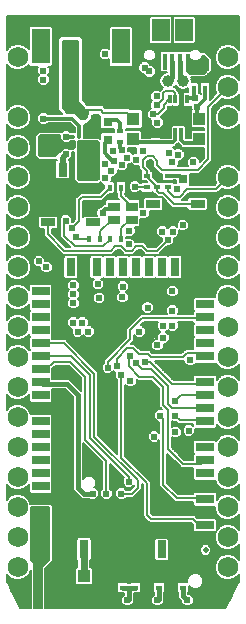
<source format=gtl>
G75*
%MOIN*%
%OFA0B0*%
%FSLAX25Y25*%
%IPPOS*%
%LPD*%
%AMOC8*
5,1,8,0,0,1.08239X$1,22.5*
%
%ADD10R,0.01575X0.05315*%
%ADD11R,0.05906X0.07480*%
%ADD12C,0.04331*%
%ADD13R,0.04921X0.02559*%
%ADD14R,0.03150X0.03150*%
%ADD15R,0.02400X0.01800*%
%ADD16C,0.06900*%
%ADD17R,0.04134X0.08661*%
%ADD18R,0.03937X0.04134*%
%ADD19R,0.01800X0.02400*%
%ADD20R,0.03150X0.05906*%
%ADD21R,0.05906X0.03150*%
%ADD22C,0.01969*%
%ADD23R,0.04331X0.04331*%
%ADD24R,0.03937X0.03150*%
%ADD25C,0.02781*%
%ADD26R,0.06299X0.11811*%
%ADD27R,0.03937X0.21654*%
%ADD28R,0.03150X0.04724*%
%ADD29R,0.04100X0.02800*%
%ADD30R,0.07402X0.06811*%
%ADD31R,0.01181X0.03150*%
%ADD32R,0.03937X0.04331*%
%ADD33C,0.01181*%
%ADD34C,0.03962*%
%ADD35C,0.01600*%
%ADD36C,0.02381*%
%ADD37C,0.01200*%
%ADD38C,0.00800*%
%ADD39C,0.00600*%
%ADD40C,0.01000*%
%ADD41C,0.02400*%
%ADD42C,0.01300*%
%ADD43C,0.02000*%
D10*
X0089045Y0187969D03*
X0091604Y0187969D03*
X0094163Y0187969D03*
X0096723Y0187969D03*
X0099282Y0187969D03*
D11*
X0098100Y0198500D03*
X0090226Y0198461D03*
D12*
X0083238Y0196335D02*
X0083238Y0200665D01*
X0105089Y0200665D02*
X0105089Y0196335D01*
D13*
X0102545Y0140551D03*
X0102545Y0134449D03*
X0087782Y0134449D03*
X0087782Y0140551D03*
X0067545Y0140551D03*
X0067545Y0134449D03*
X0052782Y0134449D03*
X0052782Y0140551D03*
D14*
X0072663Y0162047D03*
X0072663Y0167953D03*
X0097711Y0149000D03*
X0103616Y0149000D03*
D15*
X0092663Y0149900D03*
X0089163Y0149900D03*
X0085663Y0149900D03*
X0085663Y0146100D03*
X0089163Y0146100D03*
X0092663Y0146100D03*
X0099163Y0157100D03*
X0099163Y0160900D03*
X0088663Y0161100D03*
X0088663Y0164900D03*
X0076663Y0164900D03*
X0076663Y0161100D03*
X0077663Y0016400D03*
X0081663Y0016400D03*
X0089663Y0016400D03*
X0089663Y0012600D03*
X0081663Y0012600D03*
X0077663Y0012600D03*
X0097663Y0012600D03*
X0097663Y0016400D03*
D16*
X0112663Y0019500D03*
X0112663Y0029500D03*
X0112663Y0039500D03*
X0112663Y0049500D03*
X0112663Y0059500D03*
X0112663Y0069500D03*
X0112663Y0079500D03*
X0112663Y0089500D03*
X0112663Y0099500D03*
X0112663Y0109500D03*
X0112663Y0119500D03*
X0112663Y0129500D03*
X0112663Y0139500D03*
X0112663Y0149500D03*
X0112663Y0159500D03*
X0112663Y0169500D03*
X0112663Y0179500D03*
X0112663Y0189500D03*
X0042663Y0189500D03*
X0042663Y0179500D03*
X0042663Y0169500D03*
X0042663Y0159500D03*
X0042663Y0149500D03*
X0042663Y0139500D03*
X0042663Y0129500D03*
X0042663Y0119500D03*
X0042663Y0109500D03*
X0042663Y0099500D03*
X0042663Y0089500D03*
X0042663Y0079500D03*
X0042663Y0069500D03*
X0042663Y0059500D03*
X0042663Y0049500D03*
X0042663Y0039500D03*
X0042663Y0029500D03*
X0042663Y0019500D03*
D17*
X0058856Y0010500D03*
X0070471Y0010500D03*
D18*
X0064663Y0016514D03*
D19*
X0052563Y0018000D03*
X0048763Y0018000D03*
X0048763Y0014500D03*
X0048763Y0011000D03*
X0052563Y0011000D03*
X0052563Y0014500D03*
X0052563Y0007500D03*
X0048763Y0007500D03*
X0066263Y0129000D03*
X0070063Y0129000D03*
X0073263Y0129000D03*
X0077063Y0129000D03*
X0077063Y0146000D03*
X0073263Y0146000D03*
X0101263Y0179000D03*
X0105063Y0179000D03*
D20*
X0099317Y0119547D03*
X0094986Y0119547D03*
X0090656Y0119547D03*
X0086325Y0119547D03*
X0081994Y0119547D03*
X0077663Y0119547D03*
X0073333Y0119547D03*
X0069002Y0119547D03*
X0064671Y0119547D03*
X0060341Y0119547D03*
X0056010Y0119547D03*
X0056010Y0025453D03*
X0060341Y0025453D03*
X0064671Y0025453D03*
X0069002Y0025453D03*
X0073333Y0025453D03*
X0077663Y0025453D03*
X0081994Y0025453D03*
X0086325Y0025453D03*
X0090656Y0025453D03*
X0094986Y0025453D03*
X0099317Y0025453D03*
D21*
X0105026Y0029193D03*
X0105026Y0033524D03*
X0105026Y0037854D03*
X0105026Y0042185D03*
X0105026Y0046516D03*
X0105026Y0050846D03*
X0105026Y0055177D03*
X0105026Y0059508D03*
X0105026Y0063839D03*
X0105026Y0068169D03*
X0105026Y0072500D03*
X0105026Y0076831D03*
X0105026Y0081161D03*
X0105026Y0085492D03*
X0105026Y0089823D03*
X0105026Y0094154D03*
X0105026Y0098484D03*
X0105026Y0102815D03*
X0105026Y0107146D03*
X0105026Y0111476D03*
X0105026Y0115807D03*
X0050301Y0115807D03*
X0050301Y0111476D03*
X0050301Y0107146D03*
X0050301Y0102815D03*
X0050301Y0098484D03*
X0050301Y0094154D03*
X0050301Y0089823D03*
X0050301Y0085492D03*
X0050301Y0081161D03*
X0050301Y0076831D03*
X0050301Y0072500D03*
X0050301Y0068169D03*
X0050301Y0063839D03*
X0050301Y0059508D03*
X0050301Y0055177D03*
X0050301Y0050846D03*
X0050301Y0046516D03*
X0050301Y0042185D03*
X0050301Y0037854D03*
X0050301Y0033524D03*
X0050301Y0029193D03*
D22*
X0105223Y0025256D03*
D23*
X0098333Y0032146D03*
X0090065Y0032146D03*
X0081797Y0032146D03*
X0073530Y0032146D03*
X0065262Y0032146D03*
X0056994Y0032146D03*
X0056994Y0039232D03*
X0065262Y0039232D03*
X0073530Y0039232D03*
X0081797Y0039232D03*
X0090065Y0039232D03*
X0098333Y0039232D03*
X0098333Y0046319D03*
X0098333Y0060492D03*
X0056994Y0060492D03*
X0056994Y0046319D03*
X0056994Y0084508D03*
X0056994Y0098681D03*
X0056994Y0105768D03*
X0065262Y0105768D03*
X0073530Y0105768D03*
X0081797Y0105768D03*
X0090065Y0105768D03*
X0098333Y0105768D03*
X0098333Y0112854D03*
X0090065Y0112854D03*
X0081797Y0112854D03*
X0073530Y0112854D03*
X0065262Y0112854D03*
X0056994Y0112854D03*
X0098333Y0098681D03*
X0098333Y0084508D03*
D24*
X0080616Y0135335D03*
X0074711Y0135335D03*
X0074711Y0139665D03*
X0080616Y0139665D03*
D25*
X0081207Y0173957D03*
X0081207Y0177500D03*
X0077663Y0177500D03*
X0074120Y0177500D03*
X0074120Y0173957D03*
X0077663Y0173957D03*
X0077663Y0181043D03*
X0074120Y0181043D03*
X0081207Y0181043D03*
D26*
X0077049Y0193063D03*
X0050278Y0193063D03*
D27*
X0059726Y0184126D03*
X0067600Y0184126D03*
D28*
X0064707Y0152000D03*
X0057620Y0152000D03*
D29*
X0055163Y0160050D03*
X0055163Y0165950D03*
X0067663Y0165950D03*
X0067663Y0160050D03*
D30*
X0096163Y0170000D03*
D31*
X0095179Y0175512D03*
X0093211Y0175512D03*
X0097148Y0175512D03*
X0099116Y0175512D03*
X0099116Y0164488D03*
X0097148Y0164488D03*
X0095179Y0164488D03*
X0093211Y0164488D03*
D32*
X0103163Y0162154D03*
X0103163Y0168846D03*
X0081163Y0168846D03*
X0081163Y0162154D03*
D33*
X0063148Y0163000D03*
X0063148Y0161031D03*
X0061179Y0161031D03*
X0061179Y0163000D03*
X0061179Y0164969D03*
X0063148Y0164969D03*
D34*
X0092663Y0181500D03*
X0097663Y0181500D03*
D35*
X0096723Y0182441D01*
X0096723Y0187969D01*
X0094163Y0187969D02*
X0094163Y0183000D01*
X0092663Y0181500D01*
X0099317Y0085492D02*
X0098333Y0084508D01*
X0099317Y0085492D02*
X0105026Y0085492D01*
X0062663Y0077000D02*
X0059163Y0080500D01*
X0050963Y0080500D01*
X0050301Y0081161D01*
X0062663Y0077000D02*
X0062663Y0046000D01*
X0064663Y0044000D01*
X0067663Y0044000D01*
X0098333Y0039232D02*
X0099711Y0037854D01*
X0105026Y0037854D01*
X0105026Y0029193D02*
X0104833Y0029000D01*
X0102663Y0029000D01*
X0099317Y0025654D01*
X0099317Y0025453D01*
X0097663Y0012600D02*
X0097663Y0010000D01*
X0099163Y0008500D01*
X0089663Y0009000D02*
X0089163Y0008500D01*
X0089663Y0009000D02*
X0089663Y0012600D01*
X0081663Y0012600D02*
X0079663Y0012600D01*
X0079663Y0009000D01*
X0079163Y0008500D01*
X0079663Y0012600D02*
X0077663Y0012600D01*
X0052563Y0011000D02*
X0052563Y0007500D01*
X0052563Y0011000D02*
X0052563Y0014500D01*
X0052563Y0018000D01*
D36*
X0056163Y0020000D03*
X0060163Y0020000D03*
X0050163Y0021500D03*
X0050163Y0024500D03*
X0071163Y0020000D03*
X0076163Y0020000D03*
X0082663Y0020000D03*
X0087163Y0020000D03*
X0093663Y0020000D03*
X0098663Y0020000D03*
X0104163Y0020000D03*
X0109663Y0014500D03*
X0109663Y0011000D03*
X0109663Y0007500D03*
X0099163Y0008500D03*
X0089163Y0008500D03*
X0079163Y0008500D03*
X0045663Y0007500D03*
X0045663Y0011000D03*
X0045663Y0014500D03*
X0077663Y0030500D03*
X0085963Y0032000D03*
X0094163Y0032000D03*
X0094163Y0039000D03*
X0077163Y0044000D03*
X0072163Y0044000D03*
X0067663Y0044000D03*
X0061163Y0043000D03*
X0061163Y0039500D03*
X0045163Y0044500D03*
X0059163Y0056000D03*
X0066163Y0057000D03*
X0079663Y0048000D03*
X0087163Y0059500D03*
X0082663Y0061500D03*
X0088163Y0063000D03*
X0095163Y0064500D03*
X0099663Y0065000D03*
X0095163Y0070000D03*
X0090163Y0070000D03*
X0087863Y0075700D03*
X0095163Y0075000D03*
X0080163Y0081500D03*
X0077163Y0083500D03*
X0075663Y0086500D03*
X0072663Y0086000D03*
X0080163Y0090000D03*
X0084163Y0093000D03*
X0089163Y0093500D03*
X0091163Y0096000D03*
X0091163Y0100000D03*
X0094163Y0100000D03*
X0083163Y0098000D03*
X0085963Y0106000D03*
X0094163Y0105000D03*
X0085863Y0109300D03*
X0094163Y0111500D03*
X0077663Y0113000D03*
X0077463Y0109500D03*
X0069763Y0109200D03*
X0061163Y0110500D03*
X0061163Y0107500D03*
X0061163Y0113500D03*
X0069363Y0113900D03*
X0052163Y0119500D03*
X0049663Y0121500D03*
X0049363Y0124500D03*
X0062163Y0129500D03*
X0060663Y0132500D03*
X0058663Y0135000D03*
X0058663Y0138000D03*
X0070963Y0137600D03*
X0079863Y0131600D03*
X0079663Y0127200D03*
X0076163Y0124300D03*
X0083163Y0124300D03*
X0092663Y0128500D03*
X0094363Y0131300D03*
X0092663Y0134000D03*
X0090863Y0131300D03*
X0097663Y0133500D03*
X0084463Y0137500D03*
X0095663Y0145500D03*
X0081663Y0146300D03*
X0076763Y0150400D03*
X0077363Y0153500D03*
X0079163Y0156000D03*
X0077363Y0158400D03*
X0074363Y0158300D03*
X0074663Y0155000D03*
X0071663Y0154000D03*
X0073863Y0151700D03*
X0071863Y0149100D03*
X0068863Y0150000D03*
X0068963Y0156700D03*
X0065963Y0156700D03*
X0058763Y0157100D03*
X0050863Y0160000D03*
X0050863Y0162600D03*
X0047663Y0166000D03*
X0051163Y0169000D03*
X0058763Y0163000D03*
X0064363Y0169400D03*
X0065263Y0171100D03*
X0068163Y0169300D03*
X0087863Y0170500D03*
X0089163Y0167700D03*
X0088963Y0173500D03*
X0088963Y0176500D03*
X0101663Y0176000D03*
X0102463Y0173000D03*
X0102163Y0185500D03*
X0104663Y0185500D03*
X0086463Y0184800D03*
X0084963Y0186000D03*
X0071663Y0190500D03*
X0051163Y0185000D03*
X0051163Y0182000D03*
X0081263Y0158200D03*
X0084263Y0158200D03*
X0082163Y0155300D03*
X0086563Y0154100D03*
X0094163Y0154500D03*
X0096163Y0157000D03*
X0093163Y0157700D03*
X0101163Y0154500D03*
X0102163Y0158000D03*
X0110663Y0114500D03*
X0067163Y0101000D03*
X0064163Y0101000D03*
X0061163Y0101000D03*
X0062663Y0098000D03*
X0066163Y0098000D03*
X0066663Y0095000D03*
X0082163Y0087500D03*
X0085163Y0088000D03*
X0100163Y0088500D03*
X0110663Y0084500D03*
X0073463Y0068400D03*
X0059163Y0076500D03*
X0060963Y0082500D03*
X0044663Y0094500D03*
X0044663Y0104500D03*
X0110663Y0064500D03*
X0099163Y0056500D03*
X0099163Y0051500D03*
D37*
X0070963Y0137600D02*
X0070963Y0138300D01*
X0071663Y0139000D01*
X0074045Y0139000D01*
X0074711Y0139665D01*
X0092663Y0149900D02*
X0096811Y0149900D01*
X0097711Y0149000D01*
X0077363Y0158400D02*
X0076663Y0159100D01*
X0076663Y0161100D01*
X0076663Y0164900D02*
X0076663Y0167500D01*
X0075663Y0168500D01*
X0073211Y0168500D01*
X0072663Y0167953D01*
X0072663Y0162047D02*
X0071663Y0161047D01*
X0071663Y0157500D01*
X0074163Y0155000D01*
X0074663Y0155000D01*
X0081163Y0162154D02*
X0082217Y0161100D01*
X0088663Y0161100D01*
X0094263Y0161100D01*
X0095179Y0162016D01*
X0095179Y0164488D01*
X0097148Y0164488D02*
X0097148Y0162016D01*
X0098163Y0161000D01*
X0099063Y0161000D01*
X0099163Y0160900D01*
X0101910Y0160900D01*
X0103163Y0162154D01*
X0103163Y0168846D02*
X0102463Y0169546D01*
X0102463Y0173000D01*
X0105063Y0175600D01*
X0105063Y0179000D01*
X0101263Y0179000D02*
X0101263Y0176400D01*
X0101663Y0176000D01*
X0099116Y0176000D01*
X0099116Y0175512D01*
D38*
X0095179Y0175512D02*
X0095163Y0175528D01*
X0095163Y0177500D01*
X0094463Y0178200D01*
X0091863Y0178200D01*
X0091163Y0177500D01*
X0091163Y0175600D01*
X0089063Y0173500D01*
X0088963Y0173500D01*
X0091263Y0173700D02*
X0091263Y0172500D01*
X0089263Y0170500D01*
X0087863Y0170500D01*
X0081163Y0168846D02*
X0079010Y0171000D01*
X0071163Y0171000D01*
X0070263Y0171900D01*
X0066063Y0171900D01*
X0065263Y0171100D01*
X0084363Y0155100D02*
X0085763Y0156500D01*
X0087663Y0156500D01*
X0089163Y0155000D01*
X0089163Y0153500D01*
X0090663Y0152000D01*
X0102663Y0152000D01*
X0106163Y0155500D01*
X0106163Y0173000D01*
X0112663Y0179500D01*
X0093211Y0175512D02*
X0093075Y0175512D01*
X0091263Y0173700D01*
X0084363Y0155100D02*
X0084363Y0152800D01*
X0085663Y0151500D01*
X0085663Y0149900D01*
X0085663Y0149600D01*
X0085863Y0149600D01*
X0089163Y0146300D01*
X0089163Y0146100D01*
X0089163Y0144800D01*
X0089863Y0144100D01*
X0091163Y0144100D01*
X0094712Y0140551D01*
X0102545Y0140551D01*
X0099163Y0145500D02*
X0096663Y0143000D01*
X0094663Y0143000D01*
X0092663Y0145000D01*
X0092663Y0146100D01*
X0085663Y0146100D02*
X0085463Y0146300D01*
X0081663Y0146300D01*
X0077063Y0146000D02*
X0077063Y0143218D01*
X0080616Y0139665D01*
X0080616Y0135335D02*
X0079998Y0135335D01*
X0077063Y0132400D01*
X0077063Y0129000D01*
X0077163Y0126500D02*
X0075163Y0126500D01*
X0073663Y0125000D01*
X0058163Y0125000D01*
X0052782Y0130382D01*
X0052782Y0134449D01*
X0058163Y0134500D02*
X0058663Y0135000D01*
X0058163Y0134500D02*
X0058163Y0130000D01*
X0061663Y0126500D01*
X0071163Y0126500D01*
X0073263Y0128600D01*
X0073263Y0129000D01*
X0070063Y0129000D02*
X0070063Y0131400D01*
X0073998Y0135335D01*
X0074711Y0135335D01*
X0063163Y0135000D02*
X0060663Y0132500D01*
X0062163Y0129500D02*
X0062663Y0129000D01*
X0066263Y0129000D01*
X0063163Y0135000D02*
X0063163Y0142000D01*
X0064163Y0143000D01*
X0070263Y0143000D01*
X0073263Y0146000D01*
X0099163Y0145500D02*
X0108663Y0145500D01*
X0112663Y0149500D01*
X0092663Y0128500D02*
X0089163Y0125000D01*
X0085663Y0125000D01*
X0084163Y0126500D01*
X0082163Y0126500D01*
X0080663Y0125000D01*
X0078663Y0125000D01*
X0077163Y0126500D01*
X0084163Y0102500D02*
X0080163Y0098500D01*
X0080163Y0095500D01*
X0072663Y0088000D01*
X0072663Y0086000D01*
X0075663Y0086500D02*
X0075663Y0089000D01*
X0079163Y0092500D01*
X0081163Y0092500D01*
X0083163Y0090500D01*
X0086163Y0090500D01*
X0087163Y0089500D01*
X0097663Y0089500D01*
X0099163Y0091000D01*
X0103849Y0091000D01*
X0105026Y0089823D01*
X0105026Y0081161D02*
X0104364Y0080500D01*
X0094163Y0080500D01*
X0086663Y0088000D01*
X0085163Y0088000D01*
X0084163Y0085500D02*
X0082163Y0087500D01*
X0079663Y0086500D02*
X0079663Y0089500D01*
X0080163Y0090000D01*
X0079663Y0086500D02*
X0083163Y0083000D01*
X0087663Y0083000D01*
X0091163Y0079500D01*
X0091163Y0073500D01*
X0092663Y0072000D01*
X0092663Y0059000D01*
X0097663Y0054000D01*
X0103849Y0054000D01*
X0105026Y0055177D01*
X0095663Y0042500D02*
X0091163Y0047000D01*
X0091163Y0069000D01*
X0090163Y0070000D01*
X0094163Y0072500D02*
X0092663Y0074000D01*
X0092663Y0080000D01*
X0087163Y0085500D01*
X0084163Y0085500D01*
X0077163Y0083500D02*
X0077163Y0056000D01*
X0085663Y0047500D01*
X0085663Y0037000D01*
X0087163Y0035500D01*
X0101163Y0035500D01*
X0103140Y0033524D01*
X0105026Y0033524D01*
X0105026Y0042185D02*
X0104711Y0042500D01*
X0095663Y0042500D01*
X0082663Y0046000D02*
X0082663Y0048500D01*
X0068163Y0063000D01*
X0068163Y0084000D01*
X0058010Y0094154D01*
X0050301Y0094154D01*
X0050301Y0089823D02*
X0060341Y0089823D01*
X0066663Y0083500D01*
X0066663Y0062500D01*
X0079663Y0049500D01*
X0079663Y0048000D01*
X0082663Y0046000D02*
X0080663Y0044000D01*
X0077163Y0044000D01*
X0072163Y0044000D02*
X0072163Y0055000D01*
X0065163Y0062000D01*
X0065163Y0083000D01*
X0060163Y0088000D01*
X0054663Y0088000D01*
X0052156Y0085492D01*
X0050301Y0085492D01*
X0084163Y0102500D02*
X0104711Y0102500D01*
X0105026Y0102815D01*
X0105026Y0076831D02*
X0096994Y0076831D01*
X0095163Y0075000D01*
X0094163Y0072500D02*
X0105026Y0072500D01*
X0104695Y0068500D02*
X0096663Y0068500D01*
X0095163Y0070000D01*
X0104695Y0068500D02*
X0105026Y0068169D01*
D39*
X0038963Y0017066D02*
X0038963Y0014807D01*
X0043467Y0005800D01*
X0046963Y0005800D01*
X0046963Y0018514D01*
X0046351Y0017036D01*
X0045128Y0015812D01*
X0043529Y0015150D01*
X0041798Y0015150D01*
X0040199Y0015812D01*
X0038976Y0017036D01*
X0038963Y0017066D01*
X0038963Y0016470D02*
X0039541Y0016470D01*
X0038963Y0015872D02*
X0040140Y0015872D01*
X0038963Y0015273D02*
X0041501Y0015273D01*
X0043826Y0015273D02*
X0046963Y0015273D01*
X0046963Y0014675D02*
X0039030Y0014675D01*
X0039329Y0014076D02*
X0046963Y0014076D01*
X0046963Y0013478D02*
X0039628Y0013478D01*
X0039927Y0012879D02*
X0046963Y0012879D01*
X0046963Y0012281D02*
X0040227Y0012281D01*
X0040526Y0011682D02*
X0046963Y0011682D01*
X0046963Y0011084D02*
X0040825Y0011084D01*
X0041124Y0010485D02*
X0046963Y0010485D01*
X0046963Y0009887D02*
X0041424Y0009887D01*
X0041723Y0009288D02*
X0046963Y0009288D01*
X0046963Y0008690D02*
X0042022Y0008690D01*
X0042321Y0008091D02*
X0046963Y0008091D01*
X0046963Y0007493D02*
X0042621Y0007493D01*
X0042920Y0006894D02*
X0046963Y0006894D01*
X0046963Y0006296D02*
X0043219Y0006296D01*
X0048163Y0006296D02*
X0050663Y0006296D01*
X0050663Y0005800D02*
X0048163Y0005800D01*
X0048163Y0021000D01*
X0047163Y0022000D01*
X0047163Y0039500D01*
X0053163Y0039500D01*
X0053163Y0022000D01*
X0050663Y0019500D01*
X0050663Y0005800D01*
X0050663Y0006894D02*
X0048163Y0006894D01*
X0048163Y0007493D02*
X0050663Y0007493D01*
X0050663Y0008091D02*
X0048163Y0008091D01*
X0048163Y0008690D02*
X0050663Y0008690D01*
X0050663Y0009288D02*
X0048163Y0009288D01*
X0048163Y0009887D02*
X0050663Y0009887D01*
X0050663Y0010485D02*
X0048163Y0010485D01*
X0048163Y0011084D02*
X0050663Y0011084D01*
X0050663Y0011682D02*
X0048163Y0011682D01*
X0048163Y0012281D02*
X0050663Y0012281D01*
X0050663Y0012879D02*
X0048163Y0012879D01*
X0048163Y0013478D02*
X0050663Y0013478D01*
X0050663Y0014076D02*
X0048163Y0014076D01*
X0048163Y0014675D02*
X0050663Y0014675D01*
X0050663Y0015273D02*
X0048163Y0015273D01*
X0048163Y0015872D02*
X0050663Y0015872D01*
X0050663Y0016470D02*
X0048163Y0016470D01*
X0048163Y0017069D02*
X0050663Y0017069D01*
X0050663Y0017667D02*
X0048163Y0017667D01*
X0048163Y0018266D02*
X0050663Y0018266D01*
X0050663Y0018864D02*
X0048163Y0018864D01*
X0048163Y0019463D02*
X0050663Y0019463D01*
X0051225Y0020061D02*
X0048163Y0020061D01*
X0048163Y0020660D02*
X0051823Y0020660D01*
X0052422Y0021258D02*
X0047905Y0021258D01*
X0047307Y0021857D02*
X0053020Y0021857D01*
X0053163Y0022455D02*
X0047163Y0022455D01*
X0047163Y0023054D02*
X0053163Y0023054D01*
X0053163Y0023652D02*
X0047163Y0023652D01*
X0047163Y0024251D02*
X0053163Y0024251D01*
X0053163Y0024849D02*
X0047163Y0024849D01*
X0047163Y0025448D02*
X0053163Y0025448D01*
X0053163Y0026046D02*
X0047163Y0026046D01*
X0047163Y0026645D02*
X0053163Y0026645D01*
X0053163Y0027243D02*
X0047163Y0027243D01*
X0047163Y0027842D02*
X0053163Y0027842D01*
X0053163Y0028440D02*
X0047163Y0028440D01*
X0047163Y0029039D02*
X0053163Y0029039D01*
X0053163Y0029637D02*
X0047163Y0029637D01*
X0047163Y0030236D02*
X0053163Y0030236D01*
X0053163Y0030834D02*
X0047163Y0030834D01*
X0047163Y0031433D02*
X0053163Y0031433D01*
X0053163Y0032032D02*
X0047163Y0032032D01*
X0047163Y0032630D02*
X0053163Y0032630D01*
X0053163Y0033229D02*
X0047163Y0033229D01*
X0047163Y0033827D02*
X0053163Y0033827D01*
X0053163Y0034426D02*
X0047163Y0034426D01*
X0047163Y0035024D02*
X0053163Y0035024D01*
X0053163Y0035623D02*
X0047163Y0035623D01*
X0047163Y0036221D02*
X0053163Y0036221D01*
X0053163Y0036820D02*
X0047163Y0036820D01*
X0047163Y0037418D02*
X0053163Y0037418D01*
X0053163Y0038017D02*
X0047163Y0038017D01*
X0047163Y0038615D02*
X0053163Y0038615D01*
X0053163Y0039214D02*
X0047163Y0039214D01*
X0046875Y0040700D02*
X0046351Y0041964D01*
X0045128Y0043188D01*
X0043529Y0043850D01*
X0041798Y0043850D01*
X0040199Y0043188D01*
X0038976Y0041964D01*
X0038963Y0041934D01*
X0038963Y0047066D01*
X0038976Y0047036D01*
X0040199Y0045812D01*
X0041798Y0045150D01*
X0043529Y0045150D01*
X0045128Y0045812D01*
X0046351Y0047036D01*
X0046449Y0047271D01*
X0046449Y0044568D01*
X0046976Y0044041D01*
X0053627Y0044041D01*
X0054154Y0044568D01*
X0054154Y0048463D01*
X0053936Y0048681D01*
X0054154Y0048899D01*
X0054154Y0052794D01*
X0053936Y0053012D01*
X0054154Y0053230D01*
X0054154Y0057125D01*
X0053936Y0057343D01*
X0054154Y0057560D01*
X0054154Y0061455D01*
X0053936Y0061673D01*
X0054154Y0061891D01*
X0054154Y0065786D01*
X0053936Y0066004D01*
X0054154Y0066222D01*
X0054154Y0070117D01*
X0053627Y0070644D01*
X0046976Y0070644D01*
X0046921Y0070589D01*
X0046351Y0071964D01*
X0045128Y0073188D01*
X0043529Y0073850D01*
X0041798Y0073850D01*
X0040199Y0073188D01*
X0038976Y0071964D01*
X0038963Y0071934D01*
X0038963Y0077066D01*
X0038976Y0077036D01*
X0040199Y0075812D01*
X0041798Y0075150D01*
X0043529Y0075150D01*
X0045128Y0075812D01*
X0046351Y0077036D01*
X0046449Y0077271D01*
X0046449Y0074883D01*
X0046976Y0074356D01*
X0053627Y0074356D01*
X0054154Y0074883D01*
X0054154Y0078778D01*
X0054132Y0078800D01*
X0058459Y0078800D01*
X0060963Y0076296D01*
X0060963Y0045296D01*
X0062963Y0043296D01*
X0063959Y0042300D01*
X0066407Y0042300D01*
X0066798Y0041909D01*
X0068529Y0041909D01*
X0069754Y0043134D01*
X0069754Y0044866D01*
X0068529Y0046091D01*
X0068130Y0046091D01*
X0068634Y0046595D01*
X0068634Y0048482D01*
X0067300Y0049817D01*
X0065413Y0049817D01*
X0064363Y0048767D01*
X0064363Y0060962D01*
X0070863Y0054462D01*
X0070863Y0045656D01*
X0070073Y0044866D01*
X0070073Y0043134D01*
X0071298Y0041909D01*
X0073029Y0041909D01*
X0074254Y0043134D01*
X0074254Y0044866D01*
X0073463Y0045656D01*
X0073463Y0053862D01*
X0078016Y0049309D01*
X0077573Y0048866D01*
X0077573Y0047134D01*
X0078798Y0045909D01*
X0080529Y0045909D01*
X0081363Y0046744D01*
X0081363Y0046538D01*
X0080125Y0045300D01*
X0078820Y0045300D01*
X0078029Y0046091D01*
X0076298Y0046091D01*
X0075073Y0044866D01*
X0075073Y0043134D01*
X0076298Y0041909D01*
X0078029Y0041909D01*
X0078820Y0042700D01*
X0081202Y0042700D01*
X0081963Y0043462D01*
X0083963Y0045462D01*
X0083963Y0047362D01*
X0084363Y0046962D01*
X0084363Y0036462D01*
X0085125Y0035700D01*
X0086625Y0034200D01*
X0100625Y0034200D01*
X0101173Y0033652D01*
X0101173Y0031576D01*
X0101700Y0031049D01*
X0108351Y0031049D01*
X0108770Y0031468D01*
X0108313Y0030365D01*
X0108313Y0028635D01*
X0108976Y0027036D01*
X0110199Y0025812D01*
X0111798Y0025150D01*
X0113529Y0025150D01*
X0115128Y0025812D01*
X0116351Y0027036D01*
X0116363Y0027066D01*
X0116363Y0021934D01*
X0116351Y0021964D01*
X0115128Y0023188D01*
X0113529Y0023850D01*
X0111798Y0023850D01*
X0110199Y0023188D01*
X0108976Y0021964D01*
X0108313Y0020365D01*
X0108313Y0018635D01*
X0108976Y0017036D01*
X0110199Y0015812D01*
X0111798Y0015150D01*
X0113529Y0015150D01*
X0115128Y0015812D01*
X0116351Y0017036D01*
X0116363Y0017066D01*
X0116363Y0014807D01*
X0111860Y0005800D01*
X0051863Y0005800D01*
X0051863Y0019003D01*
X0054363Y0021503D01*
X0054363Y0039997D01*
X0053661Y0040700D01*
X0046875Y0040700D01*
X0046747Y0041009D02*
X0084363Y0041009D01*
X0084363Y0040411D02*
X0053950Y0040411D01*
X0054363Y0039812D02*
X0084363Y0039812D01*
X0084363Y0039214D02*
X0054363Y0039214D01*
X0054363Y0038615D02*
X0084363Y0038615D01*
X0084363Y0038017D02*
X0054363Y0038017D01*
X0054363Y0037418D02*
X0084363Y0037418D01*
X0084363Y0036820D02*
X0054363Y0036820D01*
X0054363Y0036221D02*
X0084604Y0036221D01*
X0085202Y0035623D02*
X0054363Y0035623D01*
X0054363Y0035024D02*
X0085801Y0035024D01*
X0086399Y0034426D02*
X0054363Y0034426D01*
X0054363Y0033827D02*
X0100998Y0033827D01*
X0101173Y0033229D02*
X0054363Y0033229D01*
X0054363Y0032630D02*
X0101173Y0032630D01*
X0101173Y0032032D02*
X0054363Y0032032D01*
X0054363Y0031433D02*
X0101316Y0031433D01*
X0102504Y0035998D02*
X0102463Y0036038D01*
X0101702Y0036800D01*
X0087702Y0036800D01*
X0086963Y0037538D01*
X0086963Y0048038D01*
X0078463Y0056538D01*
X0078463Y0080244D01*
X0079298Y0079409D01*
X0081029Y0079409D01*
X0082254Y0080634D01*
X0082254Y0082071D01*
X0082625Y0081700D01*
X0087125Y0081700D01*
X0089863Y0078962D01*
X0089863Y0072962D01*
X0090625Y0072200D01*
X0090734Y0072091D01*
X0089298Y0072091D01*
X0088073Y0070866D01*
X0088073Y0069134D01*
X0089298Y0067909D01*
X0089863Y0067909D01*
X0089863Y0064256D01*
X0089029Y0065091D01*
X0087298Y0065091D01*
X0086073Y0063866D01*
X0086073Y0062134D01*
X0087298Y0060909D01*
X0089029Y0060909D01*
X0089863Y0061744D01*
X0089863Y0046462D01*
X0090625Y0045700D01*
X0095125Y0041200D01*
X0101173Y0041200D01*
X0101173Y0040237D01*
X0101700Y0039710D01*
X0108313Y0039710D01*
X0108313Y0038635D01*
X0108976Y0037036D01*
X0110199Y0035812D01*
X0111798Y0035150D01*
X0113529Y0035150D01*
X0115128Y0035812D01*
X0116351Y0037036D01*
X0116363Y0037066D01*
X0116363Y0031934D01*
X0116351Y0031964D01*
X0115128Y0033188D01*
X0113529Y0033850D01*
X0111798Y0033850D01*
X0110199Y0033188D01*
X0108976Y0031964D01*
X0108878Y0031729D01*
X0108878Y0035471D01*
X0108351Y0035998D01*
X0102504Y0035998D01*
X0102281Y0036221D02*
X0109791Y0036221D01*
X0109192Y0036820D02*
X0087682Y0036820D01*
X0087084Y0037418D02*
X0108817Y0037418D01*
X0108569Y0038017D02*
X0086963Y0038017D01*
X0086963Y0038615D02*
X0108322Y0038615D01*
X0108313Y0039214D02*
X0086963Y0039214D01*
X0086963Y0039812D02*
X0101598Y0039812D01*
X0101173Y0040411D02*
X0086963Y0040411D01*
X0086963Y0041009D02*
X0101173Y0041009D01*
X0101173Y0043800D02*
X0096202Y0043800D01*
X0092463Y0047538D01*
X0092463Y0057362D01*
X0096363Y0053462D01*
X0097125Y0052700D01*
X0101173Y0052700D01*
X0101173Y0048899D01*
X0101700Y0048372D01*
X0108351Y0048372D01*
X0108402Y0048422D01*
X0108976Y0047036D01*
X0110199Y0045812D01*
X0111798Y0045150D01*
X0113529Y0045150D01*
X0115128Y0045812D01*
X0116351Y0047036D01*
X0116363Y0047066D01*
X0116363Y0041934D01*
X0116351Y0041964D01*
X0115128Y0043188D01*
X0113529Y0043850D01*
X0111798Y0043850D01*
X0110199Y0043188D01*
X0108976Y0041964D01*
X0108878Y0041729D01*
X0108878Y0044133D01*
X0108351Y0044660D01*
X0101700Y0044660D01*
X0101173Y0044133D01*
X0101173Y0043800D01*
X0101173Y0044002D02*
X0096000Y0044002D01*
X0095402Y0044600D02*
X0101641Y0044600D01*
X0094803Y0045199D02*
X0111680Y0045199D01*
X0110235Y0045797D02*
X0094205Y0045797D01*
X0093606Y0046396D02*
X0109616Y0046396D01*
X0109017Y0046994D02*
X0093008Y0046994D01*
X0092463Y0047593D02*
X0108745Y0047593D01*
X0108497Y0048191D02*
X0092463Y0048191D01*
X0092463Y0048790D02*
X0101282Y0048790D01*
X0101173Y0049388D02*
X0092463Y0049388D01*
X0092463Y0049987D02*
X0101173Y0049987D01*
X0101173Y0050585D02*
X0092463Y0050585D01*
X0092463Y0051184D02*
X0101173Y0051184D01*
X0101173Y0051782D02*
X0092463Y0051782D01*
X0092463Y0052381D02*
X0101173Y0052381D01*
X0101173Y0055300D02*
X0098202Y0055300D01*
X0093963Y0059538D01*
X0093963Y0062744D01*
X0094298Y0062409D01*
X0096029Y0062409D01*
X0097254Y0063634D01*
X0097254Y0065366D01*
X0096029Y0066591D01*
X0094298Y0066591D01*
X0093963Y0066256D01*
X0093963Y0068244D01*
X0094298Y0067909D01*
X0095416Y0067909D01*
X0096125Y0067200D01*
X0101173Y0067200D01*
X0101173Y0066447D01*
X0100529Y0067091D01*
X0098798Y0067091D01*
X0097573Y0065866D01*
X0097573Y0064134D01*
X0098798Y0062909D01*
X0100529Y0062909D01*
X0101754Y0064134D01*
X0101754Y0065694D01*
X0108351Y0065694D01*
X0108878Y0066222D01*
X0108878Y0067271D01*
X0108976Y0067036D01*
X0110199Y0065812D01*
X0111798Y0065150D01*
X0113529Y0065150D01*
X0115128Y0065812D01*
X0116351Y0067036D01*
X0116363Y0067066D01*
X0116363Y0061934D01*
X0116351Y0061964D01*
X0115128Y0063188D01*
X0113529Y0063850D01*
X0111798Y0063850D01*
X0110199Y0063188D01*
X0108976Y0061964D01*
X0108798Y0061536D01*
X0108351Y0061983D01*
X0101700Y0061983D01*
X0101173Y0061455D01*
X0101173Y0057560D01*
X0101391Y0057343D01*
X0101173Y0057125D01*
X0101173Y0055300D01*
X0101173Y0055373D02*
X0098128Y0055373D01*
X0097530Y0055972D02*
X0101173Y0055972D01*
X0101173Y0056570D02*
X0096931Y0056570D01*
X0096333Y0057169D02*
X0101217Y0057169D01*
X0101173Y0057768D02*
X0095734Y0057768D01*
X0095136Y0058366D02*
X0101173Y0058366D01*
X0101173Y0058965D02*
X0094537Y0058965D01*
X0093963Y0059563D02*
X0101173Y0059563D01*
X0101173Y0060162D02*
X0093963Y0060162D01*
X0093963Y0060760D02*
X0101173Y0060760D01*
X0101173Y0061359D02*
X0093963Y0061359D01*
X0093963Y0061957D02*
X0101675Y0061957D01*
X0100774Y0063154D02*
X0110166Y0063154D01*
X0109567Y0062556D02*
X0096176Y0062556D01*
X0096774Y0063154D02*
X0098553Y0063154D01*
X0097954Y0063753D02*
X0097254Y0063753D01*
X0097254Y0064351D02*
X0097573Y0064351D01*
X0097573Y0064950D02*
X0097254Y0064950D01*
X0097072Y0065548D02*
X0097573Y0065548D01*
X0097854Y0066147D02*
X0096473Y0066147D01*
X0095981Y0067344D02*
X0093963Y0067344D01*
X0093963Y0067942D02*
X0094265Y0067942D01*
X0093963Y0066745D02*
X0098452Y0066745D01*
X0100875Y0066745D02*
X0101173Y0066745D01*
X0101754Y0065548D02*
X0110837Y0065548D01*
X0109865Y0066147D02*
X0108803Y0066147D01*
X0108878Y0066745D02*
X0109266Y0066745D01*
X0114490Y0065548D02*
X0116363Y0065548D01*
X0116363Y0064950D02*
X0101754Y0064950D01*
X0101754Y0064351D02*
X0116363Y0064351D01*
X0116363Y0063753D02*
X0113764Y0063753D01*
X0115161Y0063154D02*
X0116363Y0063154D01*
X0116363Y0062556D02*
X0115760Y0062556D01*
X0116354Y0061957D02*
X0116363Y0061957D01*
X0111563Y0063753D02*
X0101373Y0063753D01*
X0108377Y0061957D02*
X0108973Y0061957D01*
X0115462Y0066147D02*
X0116363Y0066147D01*
X0116363Y0066745D02*
X0116060Y0066745D01*
X0094151Y0062556D02*
X0093963Y0062556D01*
X0089863Y0061359D02*
X0089479Y0061359D01*
X0089863Y0060760D02*
X0078463Y0060760D01*
X0078463Y0060162D02*
X0089863Y0060162D01*
X0089863Y0059563D02*
X0078463Y0059563D01*
X0078463Y0058965D02*
X0089863Y0058965D01*
X0089863Y0058366D02*
X0078463Y0058366D01*
X0078463Y0057768D02*
X0089863Y0057768D01*
X0089863Y0057169D02*
X0078463Y0057169D01*
X0078463Y0056570D02*
X0089863Y0056570D01*
X0089863Y0055972D02*
X0079030Y0055972D01*
X0079628Y0055373D02*
X0089863Y0055373D01*
X0089863Y0054775D02*
X0080227Y0054775D01*
X0080825Y0054176D02*
X0089863Y0054176D01*
X0089863Y0053578D02*
X0081424Y0053578D01*
X0082023Y0052979D02*
X0089863Y0052979D01*
X0089863Y0052381D02*
X0082621Y0052381D01*
X0083220Y0051782D02*
X0089863Y0051782D01*
X0089863Y0051184D02*
X0083818Y0051184D01*
X0084417Y0050585D02*
X0089863Y0050585D01*
X0089863Y0049987D02*
X0085015Y0049987D01*
X0085614Y0049388D02*
X0089863Y0049388D01*
X0089863Y0048790D02*
X0086212Y0048790D01*
X0086811Y0048191D02*
X0089863Y0048191D01*
X0089863Y0047593D02*
X0086963Y0047593D01*
X0086963Y0046994D02*
X0089863Y0046994D01*
X0089929Y0046396D02*
X0086963Y0046396D01*
X0086963Y0045797D02*
X0090528Y0045797D01*
X0091126Y0045199D02*
X0086963Y0045199D01*
X0086963Y0044600D02*
X0091725Y0044600D01*
X0092323Y0044002D02*
X0086963Y0044002D01*
X0086963Y0043403D02*
X0092922Y0043403D01*
X0093520Y0042805D02*
X0086963Y0042805D01*
X0086963Y0042206D02*
X0094119Y0042206D01*
X0094717Y0041608D02*
X0086963Y0041608D01*
X0084363Y0041608D02*
X0046499Y0041608D01*
X0046109Y0042206D02*
X0066501Y0042206D01*
X0068826Y0042206D02*
X0071001Y0042206D01*
X0070402Y0042805D02*
X0069425Y0042805D01*
X0069754Y0043403D02*
X0070073Y0043403D01*
X0070073Y0044002D02*
X0069754Y0044002D01*
X0069754Y0044600D02*
X0070073Y0044600D01*
X0070406Y0045199D02*
X0069421Y0045199D01*
X0068823Y0045797D02*
X0070863Y0045797D01*
X0070863Y0046396D02*
X0068435Y0046396D01*
X0068634Y0046994D02*
X0070863Y0046994D01*
X0070863Y0047593D02*
X0068634Y0047593D01*
X0068634Y0048191D02*
X0070863Y0048191D01*
X0070863Y0048790D02*
X0068327Y0048790D01*
X0067728Y0049388D02*
X0070863Y0049388D01*
X0070863Y0049987D02*
X0064363Y0049987D01*
X0064363Y0050585D02*
X0070863Y0050585D01*
X0070863Y0051184D02*
X0064363Y0051184D01*
X0064363Y0051782D02*
X0070863Y0051782D01*
X0070863Y0052381D02*
X0064363Y0052381D01*
X0064363Y0052979D02*
X0070863Y0052979D01*
X0070863Y0053578D02*
X0064363Y0053578D01*
X0064363Y0054176D02*
X0070863Y0054176D01*
X0070550Y0054775D02*
X0064363Y0054775D01*
X0064363Y0055373D02*
X0069952Y0055373D01*
X0069353Y0055972D02*
X0064363Y0055972D01*
X0064363Y0056570D02*
X0068755Y0056570D01*
X0068156Y0057169D02*
X0064363Y0057169D01*
X0064363Y0057768D02*
X0067557Y0057768D01*
X0066959Y0058366D02*
X0064363Y0058366D01*
X0064363Y0058965D02*
X0066360Y0058965D01*
X0065762Y0059563D02*
X0064363Y0059563D01*
X0064363Y0060162D02*
X0065163Y0060162D01*
X0064565Y0060760D02*
X0064363Y0060760D01*
X0060963Y0060760D02*
X0054154Y0060760D01*
X0054154Y0060162D02*
X0060963Y0060162D01*
X0060963Y0059563D02*
X0054154Y0059563D01*
X0054154Y0058965D02*
X0060963Y0058965D01*
X0060963Y0058366D02*
X0054154Y0058366D01*
X0054154Y0057768D02*
X0060963Y0057768D01*
X0060963Y0057169D02*
X0054110Y0057169D01*
X0054154Y0056570D02*
X0060963Y0056570D01*
X0060963Y0055972D02*
X0054154Y0055972D01*
X0054154Y0055373D02*
X0060963Y0055373D01*
X0060963Y0054775D02*
X0054154Y0054775D01*
X0054154Y0054176D02*
X0060963Y0054176D01*
X0060963Y0053578D02*
X0054154Y0053578D01*
X0053969Y0052979D02*
X0060963Y0052979D01*
X0060963Y0052381D02*
X0054154Y0052381D01*
X0054154Y0051782D02*
X0060963Y0051782D01*
X0060963Y0051184D02*
X0054154Y0051184D01*
X0054154Y0050585D02*
X0060963Y0050585D01*
X0060963Y0049987D02*
X0054154Y0049987D01*
X0054154Y0049388D02*
X0060963Y0049388D01*
X0060963Y0048790D02*
X0054045Y0048790D01*
X0054154Y0048191D02*
X0060963Y0048191D01*
X0060963Y0047593D02*
X0054154Y0047593D01*
X0054154Y0046994D02*
X0060963Y0046994D01*
X0060963Y0046396D02*
X0054154Y0046396D01*
X0054154Y0045797D02*
X0060963Y0045797D01*
X0061061Y0045199D02*
X0054154Y0045199D01*
X0054154Y0044600D02*
X0061659Y0044600D01*
X0062258Y0044002D02*
X0038963Y0044002D01*
X0038963Y0044600D02*
X0046449Y0044600D01*
X0046449Y0045199D02*
X0043646Y0045199D01*
X0045091Y0045797D02*
X0046449Y0045797D01*
X0046449Y0046396D02*
X0045711Y0046396D01*
X0046310Y0046994D02*
X0046449Y0046994D01*
X0044607Y0043403D02*
X0062856Y0043403D01*
X0063455Y0042805D02*
X0045511Y0042805D01*
X0040720Y0043403D02*
X0038963Y0043403D01*
X0038963Y0042805D02*
X0039816Y0042805D01*
X0039218Y0042206D02*
X0038963Y0042206D01*
X0038963Y0045199D02*
X0041680Y0045199D01*
X0040235Y0045797D02*
X0038963Y0045797D01*
X0038963Y0046396D02*
X0039616Y0046396D01*
X0039017Y0046994D02*
X0038963Y0046994D01*
X0064363Y0048790D02*
X0064386Y0048790D01*
X0064363Y0049388D02*
X0064985Y0049388D01*
X0073463Y0049388D02*
X0077937Y0049388D01*
X0077573Y0048790D02*
X0073463Y0048790D01*
X0073463Y0048191D02*
X0077573Y0048191D01*
X0077573Y0047593D02*
X0073463Y0047593D01*
X0073463Y0046994D02*
X0077713Y0046994D01*
X0078311Y0046396D02*
X0073463Y0046396D01*
X0073463Y0045797D02*
X0076004Y0045797D01*
X0075406Y0045199D02*
X0073921Y0045199D01*
X0074254Y0044600D02*
X0075073Y0044600D01*
X0075073Y0044002D02*
X0074254Y0044002D01*
X0074254Y0043403D02*
X0075073Y0043403D01*
X0075402Y0042805D02*
X0073925Y0042805D01*
X0073326Y0042206D02*
X0076001Y0042206D01*
X0078326Y0042206D02*
X0084363Y0042206D01*
X0084363Y0042805D02*
X0081307Y0042805D01*
X0081905Y0043403D02*
X0084363Y0043403D01*
X0084363Y0044002D02*
X0082504Y0044002D01*
X0083102Y0044600D02*
X0084363Y0044600D01*
X0084363Y0045199D02*
X0083701Y0045199D01*
X0083963Y0045797D02*
X0084363Y0045797D01*
X0084363Y0046396D02*
X0083963Y0046396D01*
X0083963Y0046994D02*
X0084331Y0046994D01*
X0081221Y0046396D02*
X0081016Y0046396D01*
X0080622Y0045797D02*
X0078323Y0045797D01*
X0077338Y0049987D02*
X0073463Y0049987D01*
X0073463Y0050585D02*
X0076740Y0050585D01*
X0076141Y0051184D02*
X0073463Y0051184D01*
X0073463Y0051782D02*
X0075543Y0051782D01*
X0074944Y0052381D02*
X0073463Y0052381D01*
X0073463Y0052979D02*
X0074346Y0052979D01*
X0073747Y0053578D02*
X0073463Y0053578D01*
X0075863Y0057138D02*
X0069463Y0063538D01*
X0069463Y0084538D01*
X0068702Y0085300D01*
X0059310Y0094692D01*
X0058548Y0095454D01*
X0054154Y0095454D01*
X0054154Y0096101D01*
X0053936Y0096319D01*
X0054154Y0096537D01*
X0054154Y0100432D01*
X0053936Y0100650D01*
X0054154Y0100867D01*
X0054154Y0104763D01*
X0053936Y0104980D01*
X0054154Y0105198D01*
X0054154Y0109093D01*
X0053936Y0109311D01*
X0054154Y0109529D01*
X0054154Y0113424D01*
X0053627Y0113951D01*
X0046976Y0113951D01*
X0046449Y0113424D01*
X0046449Y0111729D01*
X0046351Y0111964D01*
X0045128Y0113188D01*
X0043529Y0113850D01*
X0041798Y0113850D01*
X0040199Y0113188D01*
X0038976Y0111964D01*
X0038963Y0111934D01*
X0038963Y0117066D01*
X0038976Y0117036D01*
X0040199Y0115812D01*
X0041798Y0115150D01*
X0043529Y0115150D01*
X0045128Y0115812D01*
X0046351Y0117036D01*
X0047013Y0118635D01*
X0047013Y0120365D01*
X0046351Y0121964D01*
X0045128Y0123188D01*
X0043529Y0123850D01*
X0041798Y0123850D01*
X0040199Y0123188D01*
X0038976Y0121964D01*
X0038963Y0121934D01*
X0038963Y0127066D01*
X0038976Y0127036D01*
X0040199Y0125812D01*
X0041798Y0125150D01*
X0043529Y0125150D01*
X0045128Y0125812D01*
X0046351Y0127036D01*
X0047013Y0128635D01*
X0047013Y0130365D01*
X0046351Y0131964D01*
X0045128Y0133188D01*
X0043529Y0133850D01*
X0041798Y0133850D01*
X0040199Y0133188D01*
X0038976Y0131964D01*
X0038963Y0131934D01*
X0038963Y0137066D01*
X0038976Y0137036D01*
X0040199Y0135812D01*
X0041798Y0135150D01*
X0043529Y0135150D01*
X0045128Y0135812D01*
X0046351Y0137036D01*
X0047013Y0138635D01*
X0047013Y0140365D01*
X0046351Y0141964D01*
X0045128Y0143188D01*
X0043529Y0143850D01*
X0041798Y0143850D01*
X0040199Y0143188D01*
X0038976Y0141964D01*
X0038963Y0141934D01*
X0038963Y0147066D01*
X0038976Y0147036D01*
X0040199Y0145812D01*
X0041798Y0145150D01*
X0043529Y0145150D01*
X0070575Y0145150D01*
X0069977Y0144552D02*
X0038963Y0144552D01*
X0038963Y0145150D02*
X0041798Y0145150D01*
X0040353Y0145749D02*
X0038963Y0145749D01*
X0038963Y0146347D02*
X0039664Y0146347D01*
X0039066Y0146946D02*
X0038963Y0146946D01*
X0038963Y0143953D02*
X0063278Y0143953D01*
X0063625Y0144300D02*
X0062625Y0143300D01*
X0061863Y0142538D01*
X0061863Y0135538D01*
X0060916Y0134591D01*
X0060754Y0134591D01*
X0060754Y0135866D01*
X0059529Y0137091D01*
X0057798Y0137091D01*
X0056573Y0135866D01*
X0056573Y0134134D01*
X0056863Y0133844D01*
X0056863Y0129462D01*
X0060025Y0126300D01*
X0058702Y0126300D01*
X0054082Y0130920D01*
X0054082Y0132269D01*
X0055615Y0132269D01*
X0056142Y0132796D01*
X0056142Y0136101D01*
X0055615Y0136628D01*
X0049948Y0136628D01*
X0049421Y0136101D01*
X0049421Y0132796D01*
X0049948Y0132269D01*
X0051482Y0132269D01*
X0051482Y0129843D01*
X0056863Y0124462D01*
X0057625Y0123700D01*
X0074202Y0123700D01*
X0074963Y0124462D01*
X0075702Y0125200D01*
X0076625Y0125200D01*
X0077363Y0124462D01*
X0078125Y0123700D01*
X0081202Y0123700D01*
X0082702Y0125200D01*
X0083625Y0125200D01*
X0084363Y0124462D01*
X0085125Y0123700D01*
X0089702Y0123700D01*
X0090463Y0124462D01*
X0092411Y0126409D01*
X0093529Y0126409D01*
X0094754Y0127634D01*
X0094754Y0129209D01*
X0095229Y0129209D01*
X0096454Y0130434D01*
X0096454Y0131753D01*
X0096798Y0131409D01*
X0098529Y0131409D01*
X0099754Y0132634D01*
X0099754Y0134366D01*
X0098529Y0135591D01*
X0096798Y0135591D01*
X0095573Y0134366D01*
X0095573Y0133047D01*
X0095229Y0133391D01*
X0093498Y0133391D01*
X0092613Y0132506D01*
X0091729Y0133391D01*
X0089998Y0133391D01*
X0088773Y0132166D01*
X0088773Y0130434D01*
X0089998Y0129209D01*
X0090573Y0129209D01*
X0090573Y0128248D01*
X0088625Y0126300D01*
X0086202Y0126300D01*
X0084702Y0127800D01*
X0081754Y0127800D01*
X0081754Y0128066D01*
X0080529Y0129291D01*
X0078863Y0129291D01*
X0078863Y0129644D01*
X0078998Y0129509D01*
X0080729Y0129509D01*
X0081954Y0130734D01*
X0081954Y0132466D01*
X0081560Y0132860D01*
X0082958Y0132860D01*
X0083485Y0133387D01*
X0083485Y0135522D01*
X0083598Y0135409D01*
X0085329Y0135409D01*
X0086554Y0136634D01*
X0086554Y0138366D01*
X0086548Y0138372D01*
X0090615Y0138372D01*
X0091142Y0138899D01*
X0091142Y0142203D01*
X0090615Y0142731D01*
X0084948Y0142731D01*
X0084421Y0142203D01*
X0084421Y0139591D01*
X0083598Y0139591D01*
X0083485Y0139478D01*
X0083485Y0141613D01*
X0082958Y0142140D01*
X0079980Y0142140D01*
X0078363Y0143757D01*
X0078363Y0143927D01*
X0078863Y0144427D01*
X0078863Y0147573D01*
X0078336Y0148100D01*
X0075791Y0148100D01*
X0075263Y0147573D01*
X0075263Y0144427D01*
X0075763Y0143927D01*
X0075763Y0142680D01*
X0076303Y0142140D01*
X0072369Y0142140D01*
X0071842Y0141613D01*
X0071842Y0140500D01*
X0071042Y0140500D01*
X0070233Y0139691D01*
X0070098Y0139691D01*
X0068873Y0138466D01*
X0068873Y0136734D01*
X0068979Y0136628D01*
X0064712Y0136628D01*
X0064463Y0136380D01*
X0064463Y0141462D01*
X0064702Y0141700D01*
X0070802Y0141700D01*
X0071563Y0142462D01*
X0073002Y0143900D01*
X0074536Y0143900D01*
X0075063Y0144427D01*
X0075063Y0147573D01*
X0074536Y0148100D01*
X0073820Y0148100D01*
X0073954Y0148234D01*
X0073954Y0149609D01*
X0074729Y0149609D01*
X0075954Y0150834D01*
X0075954Y0151953D01*
X0076498Y0151409D01*
X0078229Y0151409D01*
X0079454Y0152634D01*
X0079454Y0153909D01*
X0080029Y0153909D01*
X0080313Y0154194D01*
X0081298Y0153209D01*
X0083029Y0153209D01*
X0083063Y0153244D01*
X0083063Y0152262D01*
X0083858Y0151467D01*
X0083563Y0151173D01*
X0083563Y0148627D01*
X0084091Y0148100D01*
X0085525Y0148100D01*
X0085725Y0147900D01*
X0084091Y0147900D01*
X0083791Y0147600D01*
X0083320Y0147600D01*
X0082529Y0148391D01*
X0080798Y0148391D01*
X0079573Y0147166D01*
X0079573Y0145434D01*
X0080798Y0144209D01*
X0082529Y0144209D01*
X0083320Y0145000D01*
X0083563Y0145000D01*
X0083563Y0144827D01*
X0084091Y0144300D01*
X0087236Y0144300D01*
X0087413Y0144477D01*
X0087591Y0144300D01*
X0087863Y0144300D01*
X0087863Y0144262D01*
X0088625Y0143500D01*
X0089325Y0142800D01*
X0090625Y0142800D01*
X0094174Y0139251D01*
X0099185Y0139251D01*
X0099185Y0138899D01*
X0099712Y0138372D01*
X0105379Y0138372D01*
X0105906Y0138899D01*
X0105906Y0142203D01*
X0105379Y0142731D01*
X0099712Y0142731D01*
X0099185Y0142203D01*
X0099185Y0141851D01*
X0097353Y0141851D01*
X0099702Y0144200D01*
X0109202Y0144200D01*
X0110634Y0145632D01*
X0111798Y0145150D01*
X0113529Y0145150D01*
X0116363Y0145150D01*
X0116363Y0144552D02*
X0109554Y0144552D01*
X0110152Y0145150D02*
X0111798Y0145150D01*
X0111798Y0143850D02*
X0110199Y0143188D01*
X0108976Y0141964D01*
X0108313Y0140365D01*
X0108313Y0138635D01*
X0108976Y0137036D01*
X0110199Y0135812D01*
X0111798Y0135150D01*
X0113529Y0135150D01*
X0115128Y0135812D01*
X0116351Y0137036D01*
X0116363Y0137066D01*
X0116363Y0131934D01*
X0116351Y0131964D01*
X0115128Y0133188D01*
X0113529Y0133850D01*
X0111798Y0133850D01*
X0110199Y0133188D01*
X0108976Y0131964D01*
X0108313Y0130365D01*
X0108313Y0128635D01*
X0108976Y0127036D01*
X0110199Y0125812D01*
X0111798Y0125150D01*
X0113529Y0125150D01*
X0115128Y0125812D01*
X0116351Y0127036D01*
X0116363Y0127066D01*
X0116363Y0121934D01*
X0116351Y0121964D01*
X0115128Y0123188D01*
X0113529Y0123850D01*
X0111798Y0123850D01*
X0110199Y0123188D01*
X0108976Y0121964D01*
X0108313Y0120365D01*
X0108313Y0118635D01*
X0108976Y0117036D01*
X0110199Y0115812D01*
X0111798Y0115150D01*
X0113529Y0115150D01*
X0115128Y0115812D01*
X0116351Y0117036D01*
X0116363Y0117066D01*
X0116363Y0111934D01*
X0116351Y0111964D01*
X0115128Y0113188D01*
X0113529Y0113850D01*
X0111798Y0113850D01*
X0110199Y0113188D01*
X0108976Y0111964D01*
X0108313Y0110365D01*
X0108313Y0109620D01*
X0101700Y0109620D01*
X0101173Y0109093D01*
X0101173Y0105198D01*
X0101391Y0104980D01*
X0101173Y0104763D01*
X0101173Y0103800D01*
X0095920Y0103800D01*
X0096254Y0104134D01*
X0096254Y0105866D01*
X0095029Y0107091D01*
X0093298Y0107091D01*
X0092073Y0105866D01*
X0092073Y0104134D01*
X0092407Y0103800D01*
X0083625Y0103800D01*
X0079625Y0099800D01*
X0078863Y0099038D01*
X0078863Y0096038D01*
X0072125Y0089300D01*
X0071363Y0088538D01*
X0071363Y0087656D01*
X0070573Y0086866D01*
X0070573Y0085134D01*
X0071798Y0083909D01*
X0073529Y0083909D01*
X0074413Y0084794D01*
X0074798Y0084409D01*
X0075116Y0084409D01*
X0075073Y0084366D01*
X0075073Y0082634D01*
X0075863Y0081844D01*
X0075863Y0057138D01*
X0075863Y0057169D02*
X0075833Y0057169D01*
X0075863Y0057768D02*
X0075234Y0057768D01*
X0074636Y0058366D02*
X0075863Y0058366D01*
X0075863Y0058965D02*
X0074037Y0058965D01*
X0073439Y0059563D02*
X0075863Y0059563D01*
X0075863Y0060162D02*
X0072840Y0060162D01*
X0072242Y0060760D02*
X0075863Y0060760D01*
X0075863Y0061359D02*
X0071643Y0061359D01*
X0071045Y0061957D02*
X0075863Y0061957D01*
X0075863Y0062556D02*
X0070446Y0062556D01*
X0069848Y0063154D02*
X0075863Y0063154D01*
X0075863Y0063753D02*
X0069463Y0063753D01*
X0069463Y0064351D02*
X0075863Y0064351D01*
X0075863Y0064950D02*
X0069463Y0064950D01*
X0069463Y0065548D02*
X0075863Y0065548D01*
X0075863Y0066147D02*
X0069463Y0066147D01*
X0069463Y0066745D02*
X0075863Y0066745D01*
X0075863Y0067344D02*
X0069463Y0067344D01*
X0069463Y0067942D02*
X0075863Y0067942D01*
X0075863Y0068541D02*
X0069463Y0068541D01*
X0069463Y0069139D02*
X0075863Y0069139D01*
X0075863Y0069738D02*
X0069463Y0069738D01*
X0069463Y0070336D02*
X0075863Y0070336D01*
X0075863Y0070935D02*
X0069463Y0070935D01*
X0069463Y0071533D02*
X0075863Y0071533D01*
X0075863Y0072132D02*
X0069463Y0072132D01*
X0069463Y0072730D02*
X0075863Y0072730D01*
X0075863Y0073329D02*
X0069463Y0073329D01*
X0069463Y0073927D02*
X0075863Y0073927D01*
X0075863Y0074526D02*
X0069463Y0074526D01*
X0069463Y0075124D02*
X0075863Y0075124D01*
X0075863Y0075723D02*
X0069463Y0075723D01*
X0069463Y0076321D02*
X0075863Y0076321D01*
X0075863Y0076920D02*
X0069463Y0076920D01*
X0069463Y0077518D02*
X0075863Y0077518D01*
X0075863Y0078117D02*
X0069463Y0078117D01*
X0069463Y0078715D02*
X0075863Y0078715D01*
X0075863Y0079314D02*
X0069463Y0079314D01*
X0069463Y0079912D02*
X0075863Y0079912D01*
X0075863Y0080511D02*
X0069463Y0080511D01*
X0069463Y0081109D02*
X0075863Y0081109D01*
X0075863Y0081708D02*
X0069463Y0081708D01*
X0069463Y0082306D02*
X0075401Y0082306D01*
X0075073Y0082905D02*
X0069463Y0082905D01*
X0069463Y0083503D02*
X0075073Y0083503D01*
X0075073Y0084102D02*
X0073722Y0084102D01*
X0074320Y0084701D02*
X0074506Y0084701D01*
X0071605Y0084102D02*
X0069463Y0084102D01*
X0069301Y0084701D02*
X0071006Y0084701D01*
X0070573Y0085299D02*
X0068703Y0085299D01*
X0068104Y0085898D02*
X0070573Y0085898D01*
X0070573Y0086496D02*
X0067506Y0086496D01*
X0066907Y0087095D02*
X0070802Y0087095D01*
X0071363Y0087693D02*
X0066309Y0087693D01*
X0065710Y0088292D02*
X0071363Y0088292D01*
X0071715Y0088890D02*
X0065112Y0088890D01*
X0064513Y0089489D02*
X0072314Y0089489D01*
X0072912Y0090087D02*
X0063915Y0090087D01*
X0063316Y0090686D02*
X0073511Y0090686D01*
X0074109Y0091284D02*
X0062718Y0091284D01*
X0062119Y0091883D02*
X0074708Y0091883D01*
X0075306Y0092481D02*
X0061521Y0092481D01*
X0060922Y0093080D02*
X0075905Y0093080D01*
X0076503Y0093678D02*
X0060324Y0093678D01*
X0059725Y0094277D02*
X0077102Y0094277D01*
X0077700Y0094875D02*
X0059127Y0094875D01*
X0059310Y0094692D02*
X0059310Y0094692D01*
X0061036Y0096671D02*
X0054154Y0096671D01*
X0054154Y0097269D02*
X0060573Y0097269D01*
X0060573Y0097134D02*
X0061798Y0095909D01*
X0063529Y0095909D01*
X0064413Y0096794D01*
X0065298Y0095909D01*
X0067029Y0095909D01*
X0068254Y0097134D01*
X0068254Y0098866D01*
X0067029Y0100091D01*
X0066210Y0100091D01*
X0066254Y0100134D01*
X0066254Y0101866D01*
X0065029Y0103091D01*
X0063298Y0103091D01*
X0062663Y0102456D01*
X0062029Y0103091D01*
X0060298Y0103091D01*
X0059073Y0101866D01*
X0059073Y0100134D01*
X0060298Y0098909D01*
X0060616Y0098909D01*
X0060573Y0098866D01*
X0060573Y0097134D01*
X0060573Y0097868D02*
X0054154Y0097868D01*
X0054154Y0098466D02*
X0060573Y0098466D01*
X0060142Y0099065D02*
X0054154Y0099065D01*
X0054154Y0099663D02*
X0059544Y0099663D01*
X0059073Y0100262D02*
X0054154Y0100262D01*
X0054147Y0100860D02*
X0059073Y0100860D01*
X0059073Y0101459D02*
X0054154Y0101459D01*
X0054154Y0102057D02*
X0059264Y0102057D01*
X0059863Y0102656D02*
X0054154Y0102656D01*
X0054154Y0103254D02*
X0083079Y0103254D01*
X0082481Y0102656D02*
X0065464Y0102656D01*
X0066063Y0102057D02*
X0081882Y0102057D01*
X0081284Y0101459D02*
X0066254Y0101459D01*
X0066254Y0100860D02*
X0080685Y0100860D01*
X0080087Y0100262D02*
X0066254Y0100262D01*
X0067457Y0099663D02*
X0079488Y0099663D01*
X0078890Y0099065D02*
X0068055Y0099065D01*
X0068254Y0098466D02*
X0078863Y0098466D01*
X0078863Y0097868D02*
X0068254Y0097868D01*
X0068254Y0097269D02*
X0078863Y0097269D01*
X0078863Y0096671D02*
X0067791Y0096671D01*
X0067192Y0096072D02*
X0078863Y0096072D01*
X0078299Y0095474D02*
X0054154Y0095474D01*
X0054154Y0096072D02*
X0061635Y0096072D01*
X0063692Y0096072D02*
X0065135Y0096072D01*
X0064536Y0096671D02*
X0064291Y0096671D01*
X0062863Y0102656D02*
X0062464Y0102656D01*
X0054154Y0103853D02*
X0092354Y0103853D01*
X0092073Y0104451D02*
X0087371Y0104451D01*
X0086829Y0103909D02*
X0088054Y0105134D01*
X0088054Y0106866D01*
X0086829Y0108091D01*
X0085098Y0108091D01*
X0083873Y0106866D01*
X0083873Y0105134D01*
X0085098Y0103909D01*
X0086829Y0103909D01*
X0087970Y0105050D02*
X0092073Y0105050D01*
X0092073Y0105648D02*
X0088054Y0105648D01*
X0088054Y0106247D02*
X0092454Y0106247D01*
X0093052Y0106845D02*
X0088054Y0106845D01*
X0087476Y0107444D02*
X0101173Y0107444D01*
X0101173Y0108042D02*
X0086877Y0108042D01*
X0085049Y0108042D02*
X0078962Y0108042D01*
X0079554Y0108634D02*
X0079554Y0110366D01*
X0078770Y0111150D01*
X0079754Y0112134D01*
X0079754Y0113866D01*
X0078529Y0115091D01*
X0076798Y0115091D01*
X0075573Y0113866D01*
X0075573Y0112134D01*
X0076357Y0111350D01*
X0075373Y0110366D01*
X0075373Y0108634D01*
X0076598Y0107409D01*
X0078329Y0107409D01*
X0079554Y0108634D01*
X0079554Y0108641D02*
X0101173Y0108641D01*
X0101319Y0109239D02*
X0079554Y0109239D01*
X0079554Y0109838D02*
X0092869Y0109838D01*
X0093298Y0109409D02*
X0095029Y0109409D01*
X0096254Y0110634D01*
X0096254Y0112366D01*
X0095029Y0113591D01*
X0093298Y0113591D01*
X0092073Y0112366D01*
X0092073Y0110634D01*
X0093298Y0109409D01*
X0092270Y0110437D02*
X0079483Y0110437D01*
X0078885Y0111035D02*
X0092073Y0111035D01*
X0092073Y0111634D02*
X0079253Y0111634D01*
X0079754Y0112232D02*
X0092073Y0112232D01*
X0092538Y0112831D02*
X0079754Y0112831D01*
X0079754Y0113429D02*
X0093136Y0113429D01*
X0095191Y0113429D02*
X0110782Y0113429D01*
X0109842Y0112831D02*
X0095789Y0112831D01*
X0096254Y0112232D02*
X0109244Y0112232D01*
X0108839Y0111634D02*
X0096254Y0111634D01*
X0096254Y0111035D02*
X0108591Y0111035D01*
X0108343Y0110437D02*
X0096056Y0110437D01*
X0095458Y0109838D02*
X0108313Y0109838D01*
X0114545Y0113429D02*
X0116363Y0113429D01*
X0116363Y0112831D02*
X0115485Y0112831D01*
X0116083Y0112232D02*
X0116363Y0112232D01*
X0116363Y0114028D02*
X0079592Y0114028D01*
X0078994Y0114626D02*
X0116363Y0114626D01*
X0116363Y0115225D02*
X0113709Y0115225D01*
X0115138Y0115823D02*
X0116363Y0115823D01*
X0116363Y0116422D02*
X0115737Y0116422D01*
X0116335Y0117020D02*
X0116363Y0117020D01*
X0111618Y0115225D02*
X0070995Y0115225D01*
X0070950Y0115694D02*
X0071167Y0115912D01*
X0071385Y0115694D01*
X0075280Y0115694D01*
X0075498Y0115912D01*
X0075716Y0115694D01*
X0079611Y0115694D01*
X0079829Y0115912D01*
X0080047Y0115694D01*
X0083942Y0115694D01*
X0084160Y0115912D01*
X0084377Y0115694D01*
X0088272Y0115694D01*
X0088490Y0115912D01*
X0088708Y0115694D01*
X0092603Y0115694D01*
X0092821Y0115912D01*
X0093039Y0115694D01*
X0096934Y0115694D01*
X0097461Y0116222D01*
X0097461Y0122873D01*
X0096934Y0123400D01*
X0093039Y0123400D01*
X0092821Y0123182D01*
X0092603Y0123400D01*
X0088708Y0123400D01*
X0088490Y0123182D01*
X0088272Y0123400D01*
X0084377Y0123400D01*
X0084160Y0123182D01*
X0083942Y0123400D01*
X0080047Y0123400D01*
X0079829Y0123182D01*
X0079611Y0123400D01*
X0075716Y0123400D01*
X0075498Y0123182D01*
X0075280Y0123400D01*
X0071385Y0123400D01*
X0071167Y0123182D01*
X0070950Y0123400D01*
X0067054Y0123400D01*
X0066527Y0122873D01*
X0066527Y0116222D01*
X0067054Y0115694D01*
X0068201Y0115694D01*
X0067273Y0114766D01*
X0067273Y0113034D01*
X0068498Y0111809D01*
X0070229Y0111809D01*
X0071454Y0113034D01*
X0071454Y0114766D01*
X0070525Y0115694D01*
X0070950Y0115694D01*
X0071078Y0115823D02*
X0071257Y0115823D01*
X0071454Y0114626D02*
X0076333Y0114626D01*
X0075735Y0114028D02*
X0071454Y0114028D01*
X0071454Y0113429D02*
X0075573Y0113429D01*
X0075573Y0112831D02*
X0071251Y0112831D01*
X0070652Y0112232D02*
X0075573Y0112232D01*
X0076073Y0111634D02*
X0062986Y0111634D01*
X0063254Y0111366D02*
X0062620Y0112000D01*
X0063254Y0112634D01*
X0063254Y0114366D01*
X0062029Y0115591D01*
X0060298Y0115591D01*
X0059073Y0114366D01*
X0059073Y0112634D01*
X0059707Y0112000D01*
X0059073Y0111366D01*
X0059073Y0109634D01*
X0059707Y0109000D01*
X0059073Y0108366D01*
X0059073Y0106634D01*
X0060298Y0105409D01*
X0062029Y0105409D01*
X0063254Y0106634D01*
X0063254Y0108366D01*
X0062620Y0109000D01*
X0063254Y0109634D01*
X0063254Y0111366D01*
X0063254Y0111035D02*
X0068642Y0111035D01*
X0068898Y0111291D02*
X0067673Y0110066D01*
X0067673Y0108334D01*
X0068898Y0107109D01*
X0070629Y0107109D01*
X0071854Y0108334D01*
X0071854Y0110066D01*
X0070629Y0111291D01*
X0068898Y0111291D01*
X0068043Y0110437D02*
X0063254Y0110437D01*
X0063254Y0109838D02*
X0067673Y0109838D01*
X0067673Y0109239D02*
X0062859Y0109239D01*
X0062979Y0108641D02*
X0067673Y0108641D01*
X0067965Y0108042D02*
X0063254Y0108042D01*
X0063254Y0107444D02*
X0068563Y0107444D01*
X0070964Y0107444D02*
X0076563Y0107444D01*
X0075965Y0108042D02*
X0071562Y0108042D01*
X0071854Y0108641D02*
X0075373Y0108641D01*
X0075373Y0109239D02*
X0071854Y0109239D01*
X0071854Y0109838D02*
X0075373Y0109838D01*
X0075443Y0110437D02*
X0071483Y0110437D01*
X0070885Y0111035D02*
X0076042Y0111035D01*
X0078364Y0107444D02*
X0084451Y0107444D01*
X0083873Y0106845D02*
X0063254Y0106845D01*
X0062867Y0106247D02*
X0083873Y0106247D01*
X0083873Y0105648D02*
X0062268Y0105648D01*
X0060059Y0105648D02*
X0054154Y0105648D01*
X0054154Y0106247D02*
X0059460Y0106247D01*
X0059073Y0106845D02*
X0054154Y0106845D01*
X0054154Y0107444D02*
X0059073Y0107444D01*
X0059073Y0108042D02*
X0054154Y0108042D01*
X0054154Y0108641D02*
X0059348Y0108641D01*
X0059467Y0109239D02*
X0054008Y0109239D01*
X0054154Y0109838D02*
X0059073Y0109838D01*
X0059073Y0110437D02*
X0054154Y0110437D01*
X0054154Y0111035D02*
X0059073Y0111035D01*
X0059341Y0111634D02*
X0054154Y0111634D01*
X0054154Y0112232D02*
X0059475Y0112232D01*
X0059073Y0112831D02*
X0054154Y0112831D01*
X0054149Y0113429D02*
X0059073Y0113429D01*
X0059073Y0114028D02*
X0038963Y0114028D01*
X0038963Y0114626D02*
X0059333Y0114626D01*
X0059932Y0115225D02*
X0043709Y0115225D01*
X0045138Y0115823D02*
X0058264Y0115823D01*
X0058393Y0115694D02*
X0062288Y0115694D01*
X0062815Y0116222D01*
X0062815Y0122873D01*
X0062288Y0123400D01*
X0058393Y0123400D01*
X0057866Y0122873D01*
X0057866Y0116222D01*
X0058393Y0115694D01*
X0057866Y0116422D02*
X0045737Y0116422D01*
X0046335Y0117020D02*
X0057866Y0117020D01*
X0057866Y0117619D02*
X0053239Y0117619D01*
X0053029Y0117409D02*
X0054254Y0118634D01*
X0054254Y0120366D01*
X0053029Y0121591D01*
X0051754Y0121591D01*
X0051754Y0122366D01*
X0050529Y0123591D01*
X0048798Y0123591D01*
X0047573Y0122366D01*
X0047573Y0120634D01*
X0048798Y0119409D01*
X0050073Y0119409D01*
X0050073Y0118634D01*
X0051298Y0117409D01*
X0053029Y0117409D01*
X0053837Y0118217D02*
X0057866Y0118217D01*
X0057866Y0118816D02*
X0054254Y0118816D01*
X0054254Y0119414D02*
X0057866Y0119414D01*
X0057866Y0120013D02*
X0054254Y0120013D01*
X0054009Y0120611D02*
X0057866Y0120611D01*
X0057866Y0121210D02*
X0053410Y0121210D01*
X0051754Y0121808D02*
X0057866Y0121808D01*
X0057866Y0122407D02*
X0051713Y0122407D01*
X0051115Y0123005D02*
X0057998Y0123005D01*
X0057123Y0124202D02*
X0038963Y0124202D01*
X0038963Y0123604D02*
X0041204Y0123604D01*
X0040017Y0123005D02*
X0038963Y0123005D01*
X0038963Y0122407D02*
X0039418Y0122407D01*
X0038963Y0124801D02*
X0056524Y0124801D01*
X0055926Y0125399D02*
X0044131Y0125399D01*
X0045313Y0125998D02*
X0055327Y0125998D01*
X0054729Y0126596D02*
X0045912Y0126596D01*
X0046417Y0127195D02*
X0054130Y0127195D01*
X0053532Y0127793D02*
X0046665Y0127793D01*
X0046913Y0128392D02*
X0052933Y0128392D01*
X0052335Y0128990D02*
X0047013Y0128990D01*
X0047013Y0129589D02*
X0051736Y0129589D01*
X0051482Y0130187D02*
X0047013Y0130187D01*
X0046839Y0130786D02*
X0051482Y0130786D01*
X0051482Y0131384D02*
X0046591Y0131384D01*
X0046332Y0131983D02*
X0051482Y0131983D01*
X0049636Y0132581D02*
X0045734Y0132581D01*
X0045135Y0133180D02*
X0049421Y0133180D01*
X0049421Y0133778D02*
X0043701Y0133778D01*
X0044552Y0135574D02*
X0049421Y0135574D01*
X0049421Y0134975D02*
X0038963Y0134975D01*
X0038963Y0134377D02*
X0049421Y0134377D01*
X0049492Y0136172D02*
X0045488Y0136172D01*
X0046086Y0136771D02*
X0057478Y0136771D01*
X0056879Y0136172D02*
X0056071Y0136172D01*
X0056142Y0135574D02*
X0056573Y0135574D01*
X0056573Y0134975D02*
X0056142Y0134975D01*
X0056142Y0134377D02*
X0056573Y0134377D01*
X0056863Y0133778D02*
X0056142Y0133778D01*
X0056142Y0133180D02*
X0056863Y0133180D01*
X0056863Y0132581D02*
X0055927Y0132581D01*
X0056863Y0131983D02*
X0054082Y0131983D01*
X0054082Y0131384D02*
X0056863Y0131384D01*
X0056863Y0130786D02*
X0054216Y0130786D01*
X0054815Y0130187D02*
X0056863Y0130187D01*
X0056863Y0129589D02*
X0055413Y0129589D01*
X0056012Y0128990D02*
X0057335Y0128990D01*
X0057933Y0128392D02*
X0056610Y0128392D01*
X0057209Y0127793D02*
X0058532Y0127793D01*
X0059130Y0127195D02*
X0057807Y0127195D01*
X0058406Y0126596D02*
X0059729Y0126596D01*
X0062683Y0123005D02*
X0066660Y0123005D01*
X0066527Y0122407D02*
X0062815Y0122407D01*
X0062815Y0121808D02*
X0066527Y0121808D01*
X0066527Y0121210D02*
X0062815Y0121210D01*
X0062815Y0120611D02*
X0066527Y0120611D01*
X0066527Y0120013D02*
X0062815Y0120013D01*
X0062815Y0119414D02*
X0066527Y0119414D01*
X0066527Y0118816D02*
X0062815Y0118816D01*
X0062815Y0118217D02*
X0066527Y0118217D01*
X0066527Y0117619D02*
X0062815Y0117619D01*
X0062815Y0117020D02*
X0066527Y0117020D01*
X0066527Y0116422D02*
X0062815Y0116422D01*
X0062417Y0115823D02*
X0066926Y0115823D01*
X0067732Y0115225D02*
X0062395Y0115225D01*
X0062994Y0114626D02*
X0067273Y0114626D01*
X0067273Y0114028D02*
X0063254Y0114028D01*
X0063254Y0113429D02*
X0067273Y0113429D01*
X0067476Y0112831D02*
X0063254Y0112831D01*
X0062852Y0112232D02*
X0068075Y0112232D01*
X0075409Y0115823D02*
X0075587Y0115823D01*
X0079740Y0115823D02*
X0079918Y0115823D01*
X0084070Y0115823D02*
X0084249Y0115823D01*
X0088401Y0115823D02*
X0088579Y0115823D01*
X0092732Y0115823D02*
X0092910Y0115823D01*
X0097063Y0115823D02*
X0110189Y0115823D01*
X0109590Y0116422D02*
X0097461Y0116422D01*
X0097461Y0117020D02*
X0108991Y0117020D01*
X0108734Y0117619D02*
X0097461Y0117619D01*
X0097461Y0118217D02*
X0108486Y0118217D01*
X0108313Y0118816D02*
X0097461Y0118816D01*
X0097461Y0119414D02*
X0108313Y0119414D01*
X0108313Y0120013D02*
X0097461Y0120013D01*
X0097461Y0120611D02*
X0108415Y0120611D01*
X0108663Y0121210D02*
X0097461Y0121210D01*
X0097461Y0121808D02*
X0108911Y0121808D01*
X0109418Y0122407D02*
X0097461Y0122407D01*
X0097329Y0123005D02*
X0110017Y0123005D01*
X0111204Y0123604D02*
X0044123Y0123604D01*
X0045310Y0123005D02*
X0048212Y0123005D01*
X0047614Y0122407D02*
X0045909Y0122407D01*
X0046416Y0121808D02*
X0047573Y0121808D01*
X0047573Y0121210D02*
X0046664Y0121210D01*
X0046912Y0120611D02*
X0047596Y0120611D01*
X0047013Y0120013D02*
X0048194Y0120013D01*
X0048793Y0119414D02*
X0047013Y0119414D01*
X0047013Y0118816D02*
X0050073Y0118816D01*
X0050490Y0118217D02*
X0046840Y0118217D01*
X0046593Y0117619D02*
X0051088Y0117619D01*
X0046454Y0113429D02*
X0044545Y0113429D01*
X0045485Y0112831D02*
X0046449Y0112831D01*
X0046449Y0112232D02*
X0046083Y0112232D01*
X0041618Y0115225D02*
X0038963Y0115225D01*
X0038963Y0115823D02*
X0040189Y0115823D01*
X0039590Y0116422D02*
X0038963Y0116422D01*
X0038963Y0117020D02*
X0038991Y0117020D01*
X0038963Y0113429D02*
X0040782Y0113429D01*
X0039842Y0112831D02*
X0038963Y0112831D01*
X0038963Y0112232D02*
X0039244Y0112232D01*
X0046449Y0107271D02*
X0046449Y0105198D01*
X0046666Y0104980D01*
X0046449Y0104763D01*
X0046449Y0101729D01*
X0046351Y0101964D01*
X0045128Y0103188D01*
X0043529Y0103850D01*
X0041798Y0103850D01*
X0040199Y0103188D01*
X0038976Y0101964D01*
X0038963Y0101934D01*
X0038963Y0107066D01*
X0038976Y0107036D01*
X0040199Y0105812D01*
X0041798Y0105150D01*
X0043529Y0105150D01*
X0045128Y0105812D01*
X0046351Y0107036D01*
X0046449Y0107271D01*
X0046449Y0106845D02*
X0046161Y0106845D01*
X0046449Y0106247D02*
X0045562Y0106247D01*
X0044732Y0105648D02*
X0046449Y0105648D01*
X0046597Y0105050D02*
X0038963Y0105050D01*
X0038963Y0105648D02*
X0040595Y0105648D01*
X0039765Y0106247D02*
X0038963Y0106247D01*
X0038963Y0106845D02*
X0039166Y0106845D01*
X0038963Y0104451D02*
X0046449Y0104451D01*
X0046449Y0103853D02*
X0038963Y0103853D01*
X0038963Y0103254D02*
X0040360Y0103254D01*
X0039667Y0102656D02*
X0038963Y0102656D01*
X0038963Y0102057D02*
X0039069Y0102057D01*
X0044967Y0103254D02*
X0046449Y0103254D01*
X0046449Y0102656D02*
X0045659Y0102656D01*
X0046258Y0102057D02*
X0046449Y0102057D01*
X0046449Y0097271D02*
X0046449Y0096537D01*
X0046666Y0096319D01*
X0046449Y0096101D01*
X0046449Y0092206D01*
X0046666Y0091988D01*
X0046449Y0091770D01*
X0046449Y0091729D01*
X0046351Y0091964D01*
X0045128Y0093188D01*
X0043529Y0093850D01*
X0041798Y0093850D01*
X0040199Y0093188D01*
X0038976Y0091964D01*
X0038963Y0091934D01*
X0038963Y0097066D01*
X0038976Y0097036D01*
X0040199Y0095812D01*
X0041798Y0095150D01*
X0043529Y0095150D01*
X0045128Y0095812D01*
X0046351Y0097036D01*
X0046449Y0097271D01*
X0046448Y0097269D02*
X0046449Y0097269D01*
X0046449Y0096671D02*
X0045986Y0096671D01*
X0046449Y0096072D02*
X0045388Y0096072D01*
X0046449Y0095474D02*
X0044310Y0095474D01*
X0043944Y0093678D02*
X0046449Y0093678D01*
X0046449Y0093080D02*
X0045236Y0093080D01*
X0045834Y0092481D02*
X0046449Y0092481D01*
X0046385Y0091883D02*
X0046561Y0091883D01*
X0041383Y0093678D02*
X0038963Y0093678D01*
X0038963Y0093080D02*
X0040091Y0093080D01*
X0039493Y0092481D02*
X0038963Y0092481D01*
X0038963Y0094277D02*
X0046449Y0094277D01*
X0046449Y0094875D02*
X0038963Y0094875D01*
X0038963Y0095474D02*
X0041017Y0095474D01*
X0039939Y0096072D02*
X0038963Y0096072D01*
X0038963Y0096671D02*
X0039341Y0096671D01*
X0054154Y0104451D02*
X0084556Y0104451D01*
X0083957Y0105050D02*
X0054006Y0105050D01*
X0080302Y0093800D02*
X0081463Y0094962D01*
X0081463Y0096744D01*
X0082298Y0095909D01*
X0084029Y0095909D01*
X0085254Y0097134D01*
X0085254Y0098866D01*
X0084029Y0100091D01*
X0083592Y0100091D01*
X0084702Y0101200D01*
X0089407Y0101200D01*
X0089073Y0100866D01*
X0089073Y0099134D01*
X0090207Y0098000D01*
X0089073Y0096866D01*
X0089073Y0095591D01*
X0088298Y0095591D01*
X0087073Y0094366D01*
X0087073Y0092634D01*
X0088298Y0091409D01*
X0090029Y0091409D01*
X0091254Y0092634D01*
X0091254Y0093909D01*
X0092029Y0093909D01*
X0093254Y0095134D01*
X0093254Y0096866D01*
X0092120Y0098000D01*
X0092663Y0098544D01*
X0093298Y0097909D01*
X0095029Y0097909D01*
X0096254Y0099134D01*
X0096254Y0100866D01*
X0095920Y0101200D01*
X0101173Y0101200D01*
X0101173Y0100867D01*
X0101391Y0100650D01*
X0101173Y0100432D01*
X0101173Y0096537D01*
X0101391Y0096319D01*
X0101173Y0096101D01*
X0101173Y0092300D01*
X0098625Y0092300D01*
X0097125Y0090800D01*
X0087702Y0090800D01*
X0087463Y0091038D01*
X0086702Y0091800D01*
X0083702Y0091800D01*
X0082463Y0093038D01*
X0081702Y0093800D01*
X0080302Y0093800D01*
X0080779Y0094277D02*
X0087073Y0094277D01*
X0087073Y0093678D02*
X0081824Y0093678D01*
X0082422Y0093080D02*
X0087073Y0093080D01*
X0087226Y0092481D02*
X0083021Y0092481D01*
X0083619Y0091883D02*
X0087824Y0091883D01*
X0087218Y0091284D02*
X0097609Y0091284D01*
X0098208Y0091883D02*
X0090503Y0091883D01*
X0091101Y0092481D02*
X0101173Y0092481D01*
X0101173Y0093080D02*
X0091254Y0093080D01*
X0091254Y0093678D02*
X0101173Y0093678D01*
X0101173Y0094277D02*
X0092397Y0094277D01*
X0092995Y0094875D02*
X0101173Y0094875D01*
X0101173Y0095474D02*
X0093254Y0095474D01*
X0093254Y0096072D02*
X0101173Y0096072D01*
X0101173Y0096671D02*
X0093254Y0096671D01*
X0092851Y0097269D02*
X0101173Y0097269D01*
X0101173Y0097868D02*
X0092252Y0097868D01*
X0092586Y0098466D02*
X0092741Y0098466D01*
X0090075Y0097868D02*
X0085254Y0097868D01*
X0085254Y0098466D02*
X0089741Y0098466D01*
X0089142Y0099065D02*
X0085055Y0099065D01*
X0084457Y0099663D02*
X0089073Y0099663D01*
X0089073Y0100262D02*
X0083764Y0100262D01*
X0084362Y0100860D02*
X0089073Y0100860D01*
X0089476Y0097269D02*
X0085254Y0097269D01*
X0084791Y0096671D02*
X0089073Y0096671D01*
X0089073Y0096072D02*
X0084192Y0096072D01*
X0082135Y0096072D02*
X0081463Y0096072D01*
X0081463Y0095474D02*
X0088181Y0095474D01*
X0087582Y0094875D02*
X0081377Y0094875D01*
X0081463Y0096671D02*
X0081536Y0096671D01*
X0095586Y0098466D02*
X0101173Y0098466D01*
X0101173Y0099065D02*
X0096185Y0099065D01*
X0096254Y0099663D02*
X0101173Y0099663D01*
X0101173Y0100262D02*
X0096254Y0100262D01*
X0096254Y0100860D02*
X0101180Y0100860D01*
X0101173Y0103853D02*
X0095973Y0103853D01*
X0096254Y0104451D02*
X0101173Y0104451D01*
X0101321Y0105050D02*
X0096254Y0105050D01*
X0096254Y0105648D02*
X0101173Y0105648D01*
X0101173Y0106247D02*
X0095873Y0106247D01*
X0095275Y0106845D02*
X0101173Y0106845D01*
X0098073Y0088200D02*
X0088302Y0088200D01*
X0094702Y0081800D01*
X0101173Y0081800D01*
X0101173Y0083109D01*
X0101700Y0083636D01*
X0108351Y0083636D01*
X0108878Y0083109D01*
X0108878Y0081729D01*
X0108976Y0081964D01*
X0110199Y0083188D01*
X0111798Y0083850D01*
X0113529Y0083850D01*
X0115128Y0083188D01*
X0116351Y0081964D01*
X0116363Y0081934D01*
X0116363Y0087066D01*
X0116351Y0087036D01*
X0115128Y0085812D01*
X0113529Y0085150D01*
X0111798Y0085150D01*
X0110199Y0085812D01*
X0108976Y0087036D01*
X0108701Y0087698D01*
X0108351Y0087348D01*
X0101968Y0087348D01*
X0101029Y0086409D01*
X0099298Y0086409D01*
X0098073Y0087634D01*
X0098073Y0088200D01*
X0098073Y0087693D02*
X0088809Y0087693D01*
X0089407Y0087095D02*
X0098612Y0087095D01*
X0099211Y0086496D02*
X0090006Y0086496D01*
X0090604Y0085898D02*
X0110114Y0085898D01*
X0109516Y0086496D02*
X0101116Y0086496D01*
X0101715Y0087095D02*
X0108951Y0087095D01*
X0108704Y0087693D02*
X0108696Y0087693D01*
X0111438Y0085299D02*
X0091203Y0085299D01*
X0091801Y0084701D02*
X0116363Y0084701D01*
X0116363Y0085299D02*
X0113889Y0085299D01*
X0115213Y0085898D02*
X0116363Y0085898D01*
X0116363Y0086496D02*
X0115811Y0086496D01*
X0116363Y0084102D02*
X0092400Y0084102D01*
X0092998Y0083503D02*
X0101567Y0083503D01*
X0101173Y0082905D02*
X0093597Y0082905D01*
X0094195Y0082306D02*
X0101173Y0082306D01*
X0108484Y0083503D02*
X0110962Y0083503D01*
X0109917Y0082905D02*
X0108878Y0082905D01*
X0108878Y0082306D02*
X0109318Y0082306D01*
X0114365Y0083503D02*
X0116363Y0083503D01*
X0116363Y0082905D02*
X0115410Y0082905D01*
X0116009Y0082306D02*
X0116363Y0082306D01*
X0090693Y0072132D02*
X0078463Y0072132D01*
X0078463Y0072730D02*
X0090095Y0072730D01*
X0089863Y0073329D02*
X0078463Y0073329D01*
X0078463Y0073927D02*
X0089863Y0073927D01*
X0089863Y0074526D02*
X0078463Y0074526D01*
X0078463Y0075124D02*
X0089863Y0075124D01*
X0089863Y0075723D02*
X0078463Y0075723D01*
X0078463Y0076321D02*
X0089863Y0076321D01*
X0089863Y0076920D02*
X0078463Y0076920D01*
X0078463Y0077518D02*
X0089863Y0077518D01*
X0089863Y0078117D02*
X0078463Y0078117D01*
X0078463Y0078715D02*
X0089863Y0078715D01*
X0089511Y0079314D02*
X0078463Y0079314D01*
X0078463Y0079912D02*
X0078795Y0079912D01*
X0081532Y0079912D02*
X0088913Y0079912D01*
X0088314Y0080511D02*
X0082131Y0080511D01*
X0082254Y0081109D02*
X0087716Y0081109D01*
X0082617Y0081708D02*
X0082254Y0081708D01*
X0063863Y0081708D02*
X0060360Y0081708D01*
X0059868Y0082200D02*
X0063863Y0078204D01*
X0063863Y0082462D01*
X0059625Y0086700D01*
X0055202Y0086700D01*
X0054154Y0085652D01*
X0054154Y0083545D01*
X0053936Y0083327D01*
X0054154Y0083109D01*
X0054154Y0082200D01*
X0059868Y0082200D01*
X0060958Y0081109D02*
X0063863Y0081109D01*
X0063863Y0080511D02*
X0061557Y0080511D01*
X0062155Y0079912D02*
X0063863Y0079912D01*
X0063863Y0079314D02*
X0062754Y0079314D01*
X0063352Y0078715D02*
X0063863Y0078715D01*
X0060938Y0076321D02*
X0054154Y0076321D01*
X0054154Y0075723D02*
X0060963Y0075723D01*
X0060963Y0075124D02*
X0054154Y0075124D01*
X0053797Y0074526D02*
X0060963Y0074526D01*
X0060963Y0073927D02*
X0038963Y0073927D01*
X0038963Y0073329D02*
X0040540Y0073329D01*
X0039742Y0072730D02*
X0038963Y0072730D01*
X0038963Y0072132D02*
X0039143Y0072132D01*
X0038963Y0074526D02*
X0046806Y0074526D01*
X0046449Y0075124D02*
X0038963Y0075124D01*
X0038963Y0075723D02*
X0040415Y0075723D01*
X0039690Y0076321D02*
X0038963Y0076321D01*
X0038963Y0076920D02*
X0039092Y0076920D01*
X0044912Y0075723D02*
X0046449Y0075723D01*
X0046449Y0076321D02*
X0045637Y0076321D01*
X0046235Y0076920D02*
X0046449Y0076920D01*
X0044787Y0073329D02*
X0060963Y0073329D01*
X0060963Y0072730D02*
X0045585Y0072730D01*
X0046184Y0072132D02*
X0060963Y0072132D01*
X0060963Y0071533D02*
X0046530Y0071533D01*
X0046778Y0070935D02*
X0060963Y0070935D01*
X0060963Y0070336D02*
X0053935Y0070336D01*
X0054154Y0069738D02*
X0060963Y0069738D01*
X0060963Y0069139D02*
X0054154Y0069139D01*
X0054154Y0068541D02*
X0060963Y0068541D01*
X0060963Y0067942D02*
X0054154Y0067942D01*
X0054154Y0067344D02*
X0060963Y0067344D01*
X0060963Y0066745D02*
X0054154Y0066745D01*
X0054079Y0066147D02*
X0060963Y0066147D01*
X0060963Y0065548D02*
X0054154Y0065548D01*
X0054154Y0064950D02*
X0060963Y0064950D01*
X0060963Y0064351D02*
X0054154Y0064351D01*
X0054154Y0063753D02*
X0060963Y0063753D01*
X0060963Y0063154D02*
X0054154Y0063154D01*
X0054154Y0062556D02*
X0060963Y0062556D01*
X0060963Y0061957D02*
X0054154Y0061957D01*
X0054154Y0061359D02*
X0060963Y0061359D01*
X0078463Y0061359D02*
X0086848Y0061359D01*
X0086250Y0061957D02*
X0078463Y0061957D01*
X0078463Y0062556D02*
X0086073Y0062556D01*
X0086073Y0063154D02*
X0078463Y0063154D01*
X0078463Y0063753D02*
X0086073Y0063753D01*
X0086558Y0064351D02*
X0078463Y0064351D01*
X0078463Y0064950D02*
X0087157Y0064950D01*
X0089170Y0064950D02*
X0089863Y0064950D01*
X0089863Y0065548D02*
X0078463Y0065548D01*
X0078463Y0066147D02*
X0089863Y0066147D01*
X0089863Y0066745D02*
X0078463Y0066745D01*
X0078463Y0067344D02*
X0089863Y0067344D01*
X0089265Y0067942D02*
X0078463Y0067942D01*
X0078463Y0068541D02*
X0088666Y0068541D01*
X0088073Y0069139D02*
X0078463Y0069139D01*
X0078463Y0069738D02*
X0088073Y0069738D01*
X0088073Y0070336D02*
X0078463Y0070336D01*
X0078463Y0070935D02*
X0088142Y0070935D01*
X0088740Y0071533D02*
X0078463Y0071533D01*
X0089769Y0064351D02*
X0089863Y0064351D01*
X0092463Y0057169D02*
X0092656Y0057169D01*
X0092463Y0056570D02*
X0093255Y0056570D01*
X0093853Y0055972D02*
X0092463Y0055972D01*
X0092463Y0055373D02*
X0094452Y0055373D01*
X0095050Y0054775D02*
X0092463Y0054775D01*
X0092463Y0054176D02*
X0095649Y0054176D01*
X0096247Y0053578D02*
X0092463Y0053578D01*
X0092463Y0052979D02*
X0096846Y0052979D01*
X0108411Y0044600D02*
X0116363Y0044600D01*
X0116363Y0044002D02*
X0108878Y0044002D01*
X0108878Y0043403D02*
X0110720Y0043403D01*
X0109816Y0042805D02*
X0108878Y0042805D01*
X0108878Y0042206D02*
X0109218Y0042206D01*
X0114607Y0043403D02*
X0116363Y0043403D01*
X0116363Y0042805D02*
X0115511Y0042805D01*
X0116109Y0042206D02*
X0116363Y0042206D01*
X0116363Y0045199D02*
X0113646Y0045199D01*
X0115091Y0045797D02*
X0116363Y0045797D01*
X0116363Y0046396D02*
X0115711Y0046396D01*
X0116310Y0046994D02*
X0116363Y0046994D01*
X0116363Y0036820D02*
X0116135Y0036820D01*
X0116363Y0036221D02*
X0115536Y0036221D01*
X0116363Y0035623D02*
X0114670Y0035623D01*
X0116363Y0035024D02*
X0108878Y0035024D01*
X0108878Y0034426D02*
X0116363Y0034426D01*
X0116363Y0033827D02*
X0113584Y0033827D01*
X0115029Y0033229D02*
X0116363Y0033229D01*
X0116363Y0032630D02*
X0115685Y0032630D01*
X0116284Y0032032D02*
X0116363Y0032032D01*
X0111743Y0033827D02*
X0108878Y0033827D01*
X0108878Y0033229D02*
X0110298Y0033229D01*
X0109642Y0032630D02*
X0108878Y0032630D01*
X0108878Y0032032D02*
X0109043Y0032032D01*
X0108756Y0031433D02*
X0108735Y0031433D01*
X0108508Y0030834D02*
X0054363Y0030834D01*
X0054363Y0030236D02*
X0108313Y0030236D01*
X0108313Y0029637D02*
X0054363Y0029637D01*
X0054363Y0029039D02*
X0062316Y0029039D01*
X0062097Y0028820D02*
X0062097Y0022086D01*
X0062471Y0021711D01*
X0062471Y0019581D01*
X0062281Y0019581D01*
X0061695Y0018995D01*
X0061695Y0014033D01*
X0062281Y0013447D01*
X0067046Y0013447D01*
X0067632Y0014033D01*
X0067632Y0018995D01*
X0067046Y0019581D01*
X0066871Y0019581D01*
X0066871Y0021711D01*
X0067246Y0022086D01*
X0067246Y0028820D01*
X0066660Y0029405D01*
X0062682Y0029405D01*
X0062097Y0028820D01*
X0062097Y0028440D02*
X0054363Y0028440D01*
X0054363Y0027842D02*
X0062097Y0027842D01*
X0062097Y0027243D02*
X0054363Y0027243D01*
X0054363Y0026645D02*
X0062097Y0026645D01*
X0062097Y0026046D02*
X0054363Y0026046D01*
X0054363Y0025448D02*
X0062097Y0025448D01*
X0062097Y0024849D02*
X0054363Y0024849D01*
X0054363Y0024251D02*
X0062097Y0024251D01*
X0062097Y0023652D02*
X0054363Y0023652D01*
X0054363Y0023054D02*
X0062097Y0023054D01*
X0062097Y0022455D02*
X0054363Y0022455D01*
X0054363Y0021857D02*
X0062325Y0021857D01*
X0062471Y0021258D02*
X0054119Y0021258D01*
X0053520Y0020660D02*
X0062471Y0020660D01*
X0062471Y0020061D02*
X0052922Y0020061D01*
X0052323Y0019463D02*
X0062163Y0019463D01*
X0061695Y0018864D02*
X0051863Y0018864D01*
X0051863Y0018266D02*
X0061695Y0018266D01*
X0061695Y0017667D02*
X0051863Y0017667D01*
X0051863Y0017069D02*
X0061695Y0017069D01*
X0061695Y0016470D02*
X0051863Y0016470D01*
X0051863Y0015872D02*
X0061695Y0015872D01*
X0061695Y0015273D02*
X0051863Y0015273D01*
X0051863Y0014675D02*
X0061695Y0014675D01*
X0061695Y0014076D02*
X0051863Y0014076D01*
X0051863Y0013478D02*
X0062250Y0013478D01*
X0067077Y0013478D02*
X0075563Y0013478D01*
X0075563Y0013873D02*
X0075563Y0011327D01*
X0076091Y0010800D01*
X0077963Y0010800D01*
X0077963Y0010256D01*
X0077073Y0009366D01*
X0077073Y0007634D01*
X0078298Y0006409D01*
X0080029Y0006409D01*
X0081254Y0007634D01*
X0081254Y0008186D01*
X0081363Y0008296D01*
X0081363Y0010800D01*
X0083236Y0010800D01*
X0083763Y0011327D01*
X0083763Y0013873D01*
X0083236Y0014400D01*
X0080091Y0014400D01*
X0079991Y0014300D01*
X0079336Y0014300D01*
X0079236Y0014400D01*
X0076091Y0014400D01*
X0075563Y0013873D01*
X0075767Y0014076D02*
X0067632Y0014076D01*
X0067632Y0014675D02*
X0099118Y0014675D01*
X0099118Y0014400D02*
X0096091Y0014400D01*
X0095563Y0013873D01*
X0095563Y0011327D01*
X0095963Y0010927D01*
X0095963Y0009296D01*
X0096959Y0008300D01*
X0096959Y0008300D01*
X0097073Y0008186D01*
X0097073Y0007634D01*
X0098298Y0006409D01*
X0100029Y0006409D01*
X0101254Y0007634D01*
X0101254Y0009366D01*
X0100029Y0010591D01*
X0099477Y0010591D01*
X0099363Y0010704D01*
X0099363Y0010927D01*
X0099763Y0011327D01*
X0099763Y0013109D01*
X0100276Y0012596D01*
X0101258Y0012190D01*
X0102321Y0012190D01*
X0103303Y0012596D01*
X0104054Y0013348D01*
X0104461Y0014330D01*
X0104461Y0015393D01*
X0104054Y0016375D01*
X0103303Y0017126D01*
X0102321Y0017533D01*
X0101258Y0017533D01*
X0100276Y0017126D01*
X0099525Y0016375D01*
X0099118Y0015393D01*
X0099118Y0014400D01*
X0099118Y0015273D02*
X0067632Y0015273D01*
X0067632Y0015872D02*
X0099316Y0015872D01*
X0099620Y0016470D02*
X0067632Y0016470D01*
X0067632Y0017069D02*
X0100218Y0017069D01*
X0103360Y0017069D02*
X0108962Y0017069D01*
X0108714Y0017667D02*
X0067632Y0017667D01*
X0067632Y0018266D02*
X0108466Y0018266D01*
X0108313Y0018864D02*
X0067632Y0018864D01*
X0067164Y0019463D02*
X0108313Y0019463D01*
X0108313Y0020061D02*
X0066871Y0020061D01*
X0066871Y0020660D02*
X0108435Y0020660D01*
X0108683Y0021258D02*
X0066871Y0021258D01*
X0067017Y0021857D02*
X0088451Y0021857D01*
X0088708Y0021600D02*
X0092603Y0021600D01*
X0093130Y0022127D01*
X0093130Y0028778D01*
X0092603Y0029305D01*
X0088708Y0029305D01*
X0088181Y0028778D01*
X0088181Y0022127D01*
X0088708Y0021600D01*
X0088181Y0022455D02*
X0067246Y0022455D01*
X0067246Y0023054D02*
X0088181Y0023054D01*
X0088181Y0023652D02*
X0067246Y0023652D01*
X0067246Y0024251D02*
X0088181Y0024251D01*
X0088181Y0024849D02*
X0067246Y0024849D01*
X0067246Y0025448D02*
X0088181Y0025448D01*
X0088181Y0026046D02*
X0067246Y0026046D01*
X0067246Y0026645D02*
X0088181Y0026645D01*
X0088181Y0027243D02*
X0067246Y0027243D01*
X0067246Y0027842D02*
X0088181Y0027842D01*
X0088181Y0028440D02*
X0067246Y0028440D01*
X0067027Y0029039D02*
X0088441Y0029039D01*
X0092870Y0029039D02*
X0108313Y0029039D01*
X0108394Y0028440D02*
X0093130Y0028440D01*
X0093130Y0027842D02*
X0108642Y0027842D01*
X0108890Y0027243D02*
X0093130Y0027243D01*
X0093130Y0026645D02*
X0103947Y0026645D01*
X0104442Y0027140D02*
X0103338Y0026036D01*
X0103338Y0024475D01*
X0104442Y0023372D01*
X0106003Y0023372D01*
X0107107Y0024475D01*
X0107107Y0026036D01*
X0106003Y0027140D01*
X0104442Y0027140D01*
X0103348Y0026046D02*
X0093130Y0026046D01*
X0093130Y0025448D02*
X0103338Y0025448D01*
X0103338Y0024849D02*
X0093130Y0024849D01*
X0093130Y0024251D02*
X0103563Y0024251D01*
X0104161Y0023652D02*
X0093130Y0023652D01*
X0093130Y0023054D02*
X0110065Y0023054D01*
X0109467Y0022455D02*
X0093130Y0022455D01*
X0092860Y0021857D02*
X0108931Y0021857D01*
X0111321Y0023652D02*
X0106284Y0023652D01*
X0106882Y0024251D02*
X0116363Y0024251D01*
X0116363Y0024849D02*
X0107107Y0024849D01*
X0107107Y0025448D02*
X0111079Y0025448D01*
X0109965Y0026046D02*
X0107097Y0026046D01*
X0106498Y0026645D02*
X0109367Y0026645D01*
X0114248Y0025448D02*
X0116363Y0025448D01*
X0116363Y0026046D02*
X0115362Y0026046D01*
X0115960Y0026645D02*
X0116363Y0026645D01*
X0116363Y0023652D02*
X0114006Y0023652D01*
X0115261Y0023054D02*
X0116363Y0023054D01*
X0116363Y0022455D02*
X0115860Y0022455D01*
X0115786Y0016470D02*
X0116363Y0016470D01*
X0116363Y0015872D02*
X0115187Y0015872D01*
X0116363Y0015273D02*
X0113826Y0015273D01*
X0111501Y0015273D02*
X0104461Y0015273D01*
X0104461Y0014675D02*
X0116297Y0014675D01*
X0115998Y0014076D02*
X0104356Y0014076D01*
X0104108Y0013478D02*
X0115699Y0013478D01*
X0115400Y0012879D02*
X0103585Y0012879D01*
X0102540Y0012281D02*
X0115100Y0012281D01*
X0114801Y0011682D02*
X0099763Y0011682D01*
X0099763Y0012281D02*
X0101039Y0012281D01*
X0099993Y0012879D02*
X0099763Y0012879D01*
X0099520Y0011084D02*
X0114502Y0011084D01*
X0114203Y0010485D02*
X0100135Y0010485D01*
X0100733Y0009887D02*
X0113903Y0009887D01*
X0113604Y0009288D02*
X0101254Y0009288D01*
X0101254Y0008690D02*
X0113305Y0008690D01*
X0113006Y0008091D02*
X0101254Y0008091D01*
X0101113Y0007493D02*
X0112706Y0007493D01*
X0112407Y0006894D02*
X0100514Y0006894D01*
X0097813Y0006894D02*
X0090514Y0006894D01*
X0090029Y0006409D02*
X0091254Y0007634D01*
X0091254Y0008186D01*
X0091363Y0008296D01*
X0091363Y0010927D01*
X0091763Y0011327D01*
X0091763Y0013873D01*
X0091236Y0014400D01*
X0088091Y0014400D01*
X0087563Y0013873D01*
X0087563Y0011327D01*
X0087963Y0010927D01*
X0087963Y0010256D01*
X0087073Y0009366D01*
X0087073Y0007634D01*
X0088298Y0006409D01*
X0090029Y0006409D01*
X0091113Y0007493D02*
X0097214Y0007493D01*
X0097073Y0008091D02*
X0091254Y0008091D01*
X0091363Y0008690D02*
X0096570Y0008690D01*
X0095971Y0009288D02*
X0091363Y0009288D01*
X0091363Y0009887D02*
X0095963Y0009887D01*
X0095963Y0010485D02*
X0091363Y0010485D01*
X0091520Y0011084D02*
X0095807Y0011084D01*
X0095563Y0011682D02*
X0091763Y0011682D01*
X0091763Y0012281D02*
X0095563Y0012281D01*
X0095563Y0012879D02*
X0091763Y0012879D01*
X0091763Y0013478D02*
X0095563Y0013478D01*
X0095767Y0014076D02*
X0091560Y0014076D01*
X0087767Y0014076D02*
X0083560Y0014076D01*
X0083763Y0013478D02*
X0087563Y0013478D01*
X0087563Y0012879D02*
X0083763Y0012879D01*
X0083763Y0012281D02*
X0087563Y0012281D01*
X0087563Y0011682D02*
X0083763Y0011682D01*
X0083520Y0011084D02*
X0087807Y0011084D01*
X0087963Y0010485D02*
X0081363Y0010485D01*
X0081363Y0009887D02*
X0087594Y0009887D01*
X0087073Y0009288D02*
X0081363Y0009288D01*
X0081363Y0008690D02*
X0087073Y0008690D01*
X0087073Y0008091D02*
X0081254Y0008091D01*
X0081113Y0007493D02*
X0087214Y0007493D01*
X0087813Y0006894D02*
X0080514Y0006894D01*
X0077813Y0006894D02*
X0051863Y0006894D01*
X0051863Y0006296D02*
X0112108Y0006296D01*
X0110140Y0015872D02*
X0104263Y0015872D01*
X0103959Y0016470D02*
X0109541Y0016470D01*
X0077963Y0010485D02*
X0051863Y0010485D01*
X0051863Y0009887D02*
X0077594Y0009887D01*
X0077073Y0009288D02*
X0051863Y0009288D01*
X0051863Y0008690D02*
X0077073Y0008690D01*
X0077073Y0008091D02*
X0051863Y0008091D01*
X0051863Y0007493D02*
X0077214Y0007493D01*
X0075807Y0011084D02*
X0051863Y0011084D01*
X0051863Y0011682D02*
X0075563Y0011682D01*
X0075563Y0012281D02*
X0051863Y0012281D01*
X0051863Y0012879D02*
X0075563Y0012879D01*
X0046963Y0015872D02*
X0045187Y0015872D01*
X0045786Y0016470D02*
X0046963Y0016470D01*
X0046963Y0017069D02*
X0046365Y0017069D01*
X0046613Y0017667D02*
X0046963Y0017667D01*
X0046963Y0018266D02*
X0046861Y0018266D01*
X0108727Y0035623D02*
X0110657Y0035623D01*
X0060339Y0076920D02*
X0054154Y0076920D01*
X0054154Y0077518D02*
X0059741Y0077518D01*
X0059142Y0078117D02*
X0054154Y0078117D01*
X0054154Y0078715D02*
X0058544Y0078715D01*
X0054154Y0082306D02*
X0063863Y0082306D01*
X0063420Y0082905D02*
X0054154Y0082905D01*
X0054113Y0083503D02*
X0062821Y0083503D01*
X0062223Y0084102D02*
X0054154Y0084102D01*
X0054154Y0084701D02*
X0061624Y0084701D01*
X0061026Y0085299D02*
X0054154Y0085299D01*
X0054399Y0085898D02*
X0060427Y0085898D01*
X0059829Y0086496D02*
X0054998Y0086496D01*
X0074704Y0124202D02*
X0077623Y0124202D01*
X0077024Y0124801D02*
X0075303Y0124801D01*
X0078863Y0129589D02*
X0078918Y0129589D01*
X0080809Y0129589D02*
X0089618Y0129589D01*
X0089020Y0130187D02*
X0081407Y0130187D01*
X0081954Y0130786D02*
X0088773Y0130786D01*
X0088773Y0131384D02*
X0081954Y0131384D01*
X0081954Y0131983D02*
X0088773Y0131983D01*
X0089188Y0132581D02*
X0081839Y0132581D01*
X0083278Y0133180D02*
X0089787Y0133180D01*
X0091940Y0133180D02*
X0093287Y0133180D01*
X0092688Y0132581D02*
X0092539Y0132581D01*
X0095440Y0133180D02*
X0095573Y0133180D01*
X0095573Y0133778D02*
X0083485Y0133778D01*
X0083485Y0134377D02*
X0095584Y0134377D01*
X0096182Y0134975D02*
X0083485Y0134975D01*
X0085494Y0135574D02*
X0096781Y0135574D01*
X0098546Y0135574D02*
X0110775Y0135574D01*
X0109839Y0136172D02*
X0086092Y0136172D01*
X0086554Y0136771D02*
X0109241Y0136771D01*
X0108838Y0137370D02*
X0086554Y0137370D01*
X0086554Y0137968D02*
X0108590Y0137968D01*
X0108342Y0138567D02*
X0105574Y0138567D01*
X0105906Y0139165D02*
X0108313Y0139165D01*
X0108313Y0139764D02*
X0105906Y0139764D01*
X0105906Y0140362D02*
X0108313Y0140362D01*
X0108560Y0140961D02*
X0105906Y0140961D01*
X0105906Y0141559D02*
X0108808Y0141559D01*
X0109169Y0142158D02*
X0105906Y0142158D01*
X0109768Y0142756D02*
X0098258Y0142756D01*
X0097660Y0142158D02*
X0099185Y0142158D01*
X0098857Y0143355D02*
X0110602Y0143355D01*
X0111798Y0143850D02*
X0113529Y0143850D01*
X0115128Y0143188D01*
X0116351Y0141964D01*
X0116363Y0141934D01*
X0116363Y0147066D01*
X0116351Y0147036D01*
X0115128Y0145812D01*
X0113529Y0145150D01*
X0114974Y0145749D02*
X0116363Y0145749D01*
X0116363Y0146347D02*
X0115662Y0146347D01*
X0116261Y0146946D02*
X0116363Y0146946D01*
X0116363Y0143953D02*
X0099455Y0143953D01*
X0099933Y0146800D02*
X0108125Y0146800D01*
X0108796Y0147471D01*
X0108313Y0148635D01*
X0108313Y0150365D01*
X0108976Y0151964D01*
X0110199Y0153188D01*
X0111798Y0153850D01*
X0113529Y0153850D01*
X0115128Y0153188D01*
X0116351Y0151964D01*
X0116363Y0151934D01*
X0116363Y0167066D01*
X0116351Y0167036D01*
X0115128Y0165812D01*
X0113529Y0165150D01*
X0111798Y0165150D01*
X0110199Y0165812D01*
X0108976Y0167036D01*
X0108313Y0168635D01*
X0108313Y0170365D01*
X0108976Y0171964D01*
X0110199Y0173188D01*
X0111798Y0173850D01*
X0113529Y0173850D01*
X0115128Y0173188D01*
X0116351Y0171964D01*
X0116363Y0171934D01*
X0116363Y0177066D01*
X0116351Y0177036D01*
X0115128Y0175812D01*
X0113529Y0175150D01*
X0111798Y0175150D01*
X0110634Y0175632D01*
X0107463Y0172462D01*
X0107463Y0154962D01*
X0103963Y0151462D01*
X0103202Y0150700D01*
X0100186Y0150700D01*
X0100186Y0147052D01*
X0099933Y0146800D01*
X0100079Y0146946D02*
X0108271Y0146946D01*
X0108765Y0147544D02*
X0100186Y0147544D01*
X0100186Y0148143D02*
X0108517Y0148143D01*
X0108313Y0148741D02*
X0100186Y0148741D01*
X0100186Y0149340D02*
X0108313Y0149340D01*
X0108313Y0149938D02*
X0100186Y0149938D01*
X0100186Y0150537D02*
X0108385Y0150537D01*
X0108632Y0151135D02*
X0103637Y0151135D01*
X0104236Y0151734D02*
X0108880Y0151734D01*
X0109344Y0152332D02*
X0104834Y0152332D01*
X0105433Y0152931D02*
X0109942Y0152931D01*
X0111024Y0153529D02*
X0106031Y0153529D01*
X0106630Y0154128D02*
X0116363Y0154128D01*
X0116363Y0154726D02*
X0107228Y0154726D01*
X0107463Y0155325D02*
X0116363Y0155325D01*
X0116363Y0155923D02*
X0107463Y0155923D01*
X0107463Y0156522D02*
X0116363Y0156522D01*
X0116363Y0157120D02*
X0107463Y0157120D01*
X0107463Y0157719D02*
X0116363Y0157719D01*
X0116363Y0158317D02*
X0107463Y0158317D01*
X0107463Y0158916D02*
X0116363Y0158916D01*
X0116363Y0159514D02*
X0107463Y0159514D01*
X0107463Y0160113D02*
X0116363Y0160113D01*
X0116363Y0160711D02*
X0107463Y0160711D01*
X0107463Y0161310D02*
X0116363Y0161310D01*
X0116363Y0161908D02*
X0107463Y0161908D01*
X0107463Y0162507D02*
X0116363Y0162507D01*
X0116363Y0163105D02*
X0107463Y0163105D01*
X0107463Y0163704D02*
X0116363Y0163704D01*
X0116363Y0164303D02*
X0107463Y0164303D01*
X0107463Y0164901D02*
X0116363Y0164901D01*
X0116363Y0165500D02*
X0114373Y0165500D01*
X0115413Y0166098D02*
X0116363Y0166098D01*
X0116363Y0166697D02*
X0116012Y0166697D01*
X0110954Y0165500D02*
X0107463Y0165500D01*
X0107463Y0166098D02*
X0109914Y0166098D01*
X0109315Y0166697D02*
X0107463Y0166697D01*
X0107463Y0167295D02*
X0108868Y0167295D01*
X0108620Y0167894D02*
X0107463Y0167894D01*
X0107463Y0168492D02*
X0108373Y0168492D01*
X0108313Y0169091D02*
X0107463Y0169091D01*
X0107463Y0169689D02*
X0108313Y0169689D01*
X0108313Y0170288D02*
X0107463Y0170288D01*
X0107463Y0170886D02*
X0108529Y0170886D01*
X0108777Y0171485D02*
X0107463Y0171485D01*
X0107463Y0172083D02*
X0109095Y0172083D01*
X0109693Y0172682D02*
X0107684Y0172682D01*
X0108282Y0173280D02*
X0110423Y0173280D01*
X0109479Y0174477D02*
X0116363Y0174477D01*
X0116363Y0173879D02*
X0108881Y0173879D01*
X0110078Y0175076D02*
X0116363Y0175076D01*
X0116363Y0175674D02*
X0114794Y0175674D01*
X0115588Y0176273D02*
X0116363Y0176273D01*
X0116363Y0176871D02*
X0116187Y0176871D01*
X0108796Y0177471D02*
X0108313Y0178635D01*
X0108313Y0180365D01*
X0108976Y0181964D01*
X0110199Y0183188D01*
X0111798Y0183850D01*
X0113529Y0183850D01*
X0115128Y0183188D01*
X0116351Y0181964D01*
X0116363Y0181934D01*
X0116363Y0187066D01*
X0116351Y0187036D01*
X0115128Y0185812D01*
X0113529Y0185150D01*
X0111798Y0185150D01*
X0110199Y0185812D01*
X0108976Y0187036D01*
X0108313Y0188635D01*
X0108313Y0190365D01*
X0108976Y0191964D01*
X0110199Y0193188D01*
X0111798Y0193850D01*
X0113529Y0193850D01*
X0115128Y0193188D01*
X0116351Y0191964D01*
X0116363Y0191934D01*
X0116363Y0203200D01*
X0038963Y0203200D01*
X0038963Y0191934D01*
X0038976Y0191964D01*
X0040199Y0193188D01*
X0041798Y0193850D01*
X0043529Y0193850D01*
X0045128Y0193188D01*
X0046228Y0192087D01*
X0046228Y0199341D01*
X0046755Y0199868D01*
X0053800Y0199868D01*
X0054327Y0199341D01*
X0054327Y0186785D01*
X0053800Y0186257D01*
X0052862Y0186257D01*
X0053254Y0185866D01*
X0053254Y0184134D01*
X0052620Y0183500D01*
X0053254Y0182866D01*
X0053254Y0181134D01*
X0052029Y0179909D01*
X0050298Y0179909D01*
X0049073Y0181134D01*
X0049073Y0182866D01*
X0049707Y0183500D01*
X0049073Y0184134D01*
X0049073Y0185866D01*
X0049464Y0186257D01*
X0046755Y0186257D01*
X0046228Y0186785D01*
X0046228Y0186913D01*
X0045128Y0185812D01*
X0043529Y0185150D01*
X0041798Y0185150D01*
X0040199Y0185812D01*
X0038976Y0187036D01*
X0038963Y0187066D01*
X0038963Y0171934D01*
X0038976Y0171964D01*
X0040199Y0173188D01*
X0041798Y0173850D01*
X0043529Y0173850D01*
X0045128Y0173188D01*
X0046351Y0171964D01*
X0047013Y0170365D01*
X0047013Y0168635D01*
X0046351Y0167036D01*
X0045128Y0165812D01*
X0043529Y0165150D01*
X0041798Y0165150D01*
X0040199Y0165812D01*
X0038976Y0167036D01*
X0038963Y0167066D01*
X0038963Y0161934D01*
X0038976Y0161964D01*
X0040199Y0163188D01*
X0041798Y0163850D01*
X0043529Y0163850D01*
X0045128Y0163188D01*
X0046351Y0161964D01*
X0047013Y0160365D01*
X0047013Y0158635D01*
X0046351Y0157036D01*
X0045128Y0155812D01*
X0043529Y0155150D01*
X0041798Y0155150D01*
X0040199Y0155812D01*
X0038976Y0157036D01*
X0038963Y0157066D01*
X0038963Y0151934D01*
X0038976Y0151964D01*
X0040199Y0153188D01*
X0041798Y0153850D01*
X0043529Y0153850D01*
X0045128Y0153188D01*
X0046351Y0151964D01*
X0047013Y0150365D01*
X0047013Y0148635D01*
X0046351Y0147036D01*
X0045128Y0145812D01*
X0043529Y0145150D01*
X0044974Y0145749D02*
X0071174Y0145749D01*
X0071463Y0146038D02*
X0069725Y0144300D01*
X0063625Y0144300D01*
X0062680Y0143355D02*
X0044725Y0143355D01*
X0045559Y0142756D02*
X0062081Y0142756D01*
X0061863Y0142158D02*
X0046158Y0142158D01*
X0046519Y0141559D02*
X0061863Y0141559D01*
X0061863Y0140961D02*
X0046767Y0140961D01*
X0047013Y0140362D02*
X0061863Y0140362D01*
X0061863Y0139764D02*
X0047013Y0139764D01*
X0047013Y0139165D02*
X0061863Y0139165D01*
X0061863Y0138567D02*
X0046985Y0138567D01*
X0046737Y0137968D02*
X0061863Y0137968D01*
X0061863Y0137370D02*
X0046489Y0137370D01*
X0040775Y0135574D02*
X0038963Y0135574D01*
X0038963Y0136172D02*
X0039839Y0136172D01*
X0039241Y0136771D02*
X0038963Y0136771D01*
X0038963Y0133778D02*
X0041625Y0133778D01*
X0040192Y0133180D02*
X0038963Y0133180D01*
X0038963Y0132581D02*
X0039593Y0132581D01*
X0038995Y0131983D02*
X0038963Y0131983D01*
X0038963Y0126596D02*
X0039415Y0126596D01*
X0038963Y0125998D02*
X0040014Y0125998D01*
X0038963Y0125399D02*
X0041196Y0125399D01*
X0060754Y0134975D02*
X0061300Y0134975D01*
X0060754Y0135574D02*
X0061863Y0135574D01*
X0061863Y0136172D02*
X0060447Y0136172D01*
X0059849Y0136771D02*
X0061863Y0136771D01*
X0064463Y0136771D02*
X0068873Y0136771D01*
X0068873Y0137370D02*
X0064463Y0137370D01*
X0064463Y0137968D02*
X0068873Y0137968D01*
X0068974Y0138567D02*
X0064463Y0138567D01*
X0064463Y0139165D02*
X0069572Y0139165D01*
X0070306Y0139764D02*
X0064463Y0139764D01*
X0064463Y0140362D02*
X0070904Y0140362D01*
X0071842Y0140961D02*
X0064463Y0140961D01*
X0064561Y0141559D02*
X0071842Y0141559D01*
X0071260Y0142158D02*
X0076285Y0142158D01*
X0075763Y0142756D02*
X0071858Y0142756D01*
X0072457Y0143355D02*
X0075763Y0143355D01*
X0075738Y0143953D02*
X0074589Y0143953D01*
X0075063Y0144552D02*
X0075263Y0144552D01*
X0075263Y0145150D02*
X0075063Y0145150D01*
X0075063Y0145749D02*
X0075263Y0145749D01*
X0075263Y0146347D02*
X0075063Y0146347D01*
X0075063Y0146946D02*
X0075263Y0146946D01*
X0075263Y0147544D02*
X0075063Y0147544D01*
X0073863Y0148143D02*
X0080550Y0148143D01*
X0079951Y0147544D02*
X0078863Y0147544D01*
X0078863Y0146946D02*
X0079573Y0146946D01*
X0079573Y0146347D02*
X0078863Y0146347D01*
X0078863Y0145749D02*
X0079573Y0145749D01*
X0079857Y0145150D02*
X0078863Y0145150D01*
X0078863Y0144552D02*
X0080455Y0144552D01*
X0078765Y0143355D02*
X0088770Y0143355D01*
X0088172Y0143953D02*
X0078389Y0143953D01*
X0079364Y0142756D02*
X0090669Y0142756D01*
X0091142Y0142158D02*
X0091267Y0142158D01*
X0091142Y0141559D02*
X0091866Y0141559D01*
X0092464Y0140961D02*
X0091142Y0140961D01*
X0091142Y0140362D02*
X0093063Y0140362D01*
X0093661Y0139764D02*
X0091142Y0139764D01*
X0091142Y0139165D02*
X0099185Y0139165D01*
X0099517Y0138567D02*
X0090810Y0138567D01*
X0084421Y0139764D02*
X0083485Y0139764D01*
X0083485Y0140362D02*
X0084421Y0140362D01*
X0084421Y0140961D02*
X0083485Y0140961D01*
X0083485Y0141559D02*
X0084421Y0141559D01*
X0084421Y0142158D02*
X0079962Y0142158D01*
X0082872Y0144552D02*
X0083839Y0144552D01*
X0084048Y0148143D02*
X0082777Y0148143D01*
X0083563Y0148741D02*
X0073954Y0148741D01*
X0073954Y0149340D02*
X0083563Y0149340D01*
X0083563Y0149938D02*
X0075058Y0149938D01*
X0075657Y0150537D02*
X0083563Y0150537D01*
X0083563Y0151135D02*
X0075954Y0151135D01*
X0075954Y0151734D02*
X0076173Y0151734D01*
X0078554Y0151734D02*
X0083591Y0151734D01*
X0083063Y0152332D02*
X0079152Y0152332D01*
X0079454Y0152931D02*
X0083063Y0152931D01*
X0080978Y0153529D02*
X0079454Y0153529D01*
X0080248Y0154128D02*
X0080379Y0154128D01*
X0081013Y0157106D02*
X0080029Y0158091D01*
X0079454Y0158091D01*
X0079454Y0159088D01*
X0082195Y0159088D01*
X0082173Y0159066D01*
X0082173Y0157391D01*
X0081298Y0157391D01*
X0081013Y0157106D01*
X0081000Y0157120D02*
X0081027Y0157120D01*
X0080401Y0157719D02*
X0082173Y0157719D01*
X0082173Y0158317D02*
X0079454Y0158317D01*
X0079454Y0158916D02*
X0082173Y0158916D01*
X0084032Y0162600D02*
X0084032Y0164692D01*
X0083505Y0165219D01*
X0078822Y0165219D01*
X0078763Y0165160D01*
X0078763Y0165381D01*
X0083670Y0165381D01*
X0084432Y0166143D01*
X0084432Y0171550D01*
X0083670Y0172312D01*
X0080102Y0172312D01*
X0079714Y0172700D01*
X0071868Y0172700D01*
X0070968Y0173600D01*
X0065826Y0173600D01*
X0064263Y0175163D01*
X0064263Y0195663D01*
X0063326Y0196600D01*
X0057001Y0196600D01*
X0056063Y0195663D01*
X0056063Y0171837D01*
X0057001Y0170900D01*
X0057351Y0170550D01*
X0052570Y0170550D01*
X0052029Y0171091D01*
X0050298Y0171091D01*
X0049073Y0169866D01*
X0049073Y0168134D01*
X0050298Y0166909D01*
X0052029Y0166909D01*
X0052570Y0167450D01*
X0060021Y0167450D01*
X0061598Y0165874D01*
X0061598Y0164700D01*
X0060020Y0164700D01*
X0059629Y0165091D01*
X0057898Y0165091D01*
X0057507Y0164700D01*
X0049666Y0164700D01*
X0048963Y0163997D01*
X0048463Y0163497D01*
X0048463Y0156503D01*
X0049166Y0155800D01*
X0049666Y0155300D01*
X0055661Y0155300D01*
X0055720Y0155360D01*
X0055720Y0155262D01*
X0055673Y0155262D01*
X0055145Y0154735D01*
X0055145Y0149265D01*
X0055673Y0148738D01*
X0059568Y0148738D01*
X0060095Y0149265D01*
X0060095Y0154735D01*
X0059725Y0155105D01*
X0060854Y0156234D01*
X0060854Y0157800D01*
X0061463Y0157800D01*
X0061463Y0148503D01*
X0062166Y0147800D01*
X0062666Y0147300D01*
X0069661Y0147300D01*
X0070161Y0147800D01*
X0070184Y0147823D01*
X0070998Y0147009D01*
X0071463Y0147009D01*
X0071463Y0146038D01*
X0071463Y0146347D02*
X0045662Y0146347D01*
X0046261Y0146946D02*
X0071463Y0146946D01*
X0070463Y0147544D02*
X0069905Y0147544D01*
X0070161Y0147800D02*
X0070161Y0147800D01*
X0069405Y0148741D02*
X0062922Y0148741D01*
X0063163Y0148500D02*
X0062663Y0149000D01*
X0062663Y0158803D01*
X0062863Y0159003D01*
X0062863Y0161450D01*
X0063790Y0161450D01*
X0063840Y0161500D01*
X0069163Y0161500D01*
X0069663Y0161000D01*
X0069663Y0154956D01*
X0069573Y0154866D01*
X0069573Y0153134D01*
X0069663Y0153044D01*
X0069663Y0149000D01*
X0069163Y0148500D01*
X0063163Y0148500D01*
X0062663Y0149340D02*
X0069663Y0149340D01*
X0069663Y0149938D02*
X0062663Y0149938D01*
X0062663Y0150537D02*
X0069663Y0150537D01*
X0069663Y0151135D02*
X0062663Y0151135D01*
X0062663Y0151734D02*
X0069663Y0151734D01*
X0069663Y0152332D02*
X0062663Y0152332D01*
X0062663Y0152931D02*
X0069663Y0152931D01*
X0069573Y0153529D02*
X0062663Y0153529D01*
X0062663Y0154128D02*
X0069573Y0154128D01*
X0069573Y0154726D02*
X0062663Y0154726D01*
X0062663Y0155325D02*
X0069663Y0155325D01*
X0069663Y0155923D02*
X0062663Y0155923D01*
X0062663Y0156522D02*
X0069663Y0156522D01*
X0069663Y0157120D02*
X0062663Y0157120D01*
X0062663Y0157719D02*
X0069663Y0157719D01*
X0069663Y0158317D02*
X0062663Y0158317D01*
X0062776Y0158916D02*
X0069663Y0158916D01*
X0069663Y0159514D02*
X0062863Y0159514D01*
X0062863Y0160113D02*
X0069663Y0160113D01*
X0069663Y0160711D02*
X0062863Y0160711D01*
X0062863Y0161310D02*
X0069354Y0161310D01*
X0070011Y0162350D02*
X0069661Y0162700D01*
X0064698Y0162700D01*
X0064698Y0166909D01*
X0064859Y0166909D01*
X0065774Y0167289D01*
X0066475Y0167989D01*
X0066517Y0168091D01*
X0066763Y0168337D01*
X0066763Y0168337D01*
X0067263Y0168837D01*
X0067263Y0169578D01*
X0067375Y0169689D01*
X0067586Y0170200D01*
X0069559Y0170200D01*
X0070189Y0169571D01*
X0070189Y0166005D01*
X0070716Y0165478D01*
X0074563Y0165478D01*
X0074563Y0164522D01*
X0070716Y0164522D01*
X0070189Y0163995D01*
X0070189Y0162248D01*
X0070086Y0162350D01*
X0070011Y0162350D01*
X0069854Y0162507D02*
X0070189Y0162507D01*
X0070189Y0163105D02*
X0064698Y0163105D01*
X0064698Y0163704D02*
X0070189Y0163704D01*
X0070496Y0164303D02*
X0064698Y0164303D01*
X0064698Y0164901D02*
X0074563Y0164901D01*
X0070694Y0165500D02*
X0064698Y0165500D01*
X0064698Y0166098D02*
X0070189Y0166098D01*
X0070189Y0166697D02*
X0064698Y0166697D01*
X0065781Y0167295D02*
X0070189Y0167295D01*
X0070189Y0167894D02*
X0066379Y0167894D01*
X0066918Y0168492D02*
X0070189Y0168492D01*
X0070189Y0169091D02*
X0067263Y0169091D01*
X0067375Y0169689D02*
X0070070Y0169689D01*
X0071287Y0173280D02*
X0086873Y0173280D01*
X0086873Y0172682D02*
X0079732Y0172682D01*
X0083899Y0172083D02*
X0086490Y0172083D01*
X0086957Y0172550D02*
X0085773Y0171366D01*
X0085773Y0169634D01*
X0086998Y0168409D01*
X0087073Y0168409D01*
X0087073Y0166834D01*
X0088298Y0165609D01*
X0090029Y0165609D01*
X0091254Y0166834D01*
X0091254Y0168566D01*
X0090211Y0169609D01*
X0090563Y0169962D01*
X0092563Y0171962D01*
X0092563Y0173037D01*
X0094174Y0173037D01*
X0094195Y0173058D01*
X0094216Y0173037D01*
X0096143Y0173037D01*
X0096670Y0173564D01*
X0096670Y0177459D01*
X0096463Y0177666D01*
X0096463Y0178038D01*
X0095702Y0178800D01*
X0095002Y0179500D01*
X0094738Y0179500D01*
X0095106Y0179868D01*
X0095163Y0180007D01*
X0095221Y0179868D01*
X0096031Y0179058D01*
X0097090Y0178619D01*
X0098237Y0178619D01*
X0099295Y0179058D01*
X0099463Y0179226D01*
X0099463Y0177987D01*
X0098153Y0177987D01*
X0097626Y0177459D01*
X0097626Y0176631D01*
X0097616Y0176621D01*
X0097616Y0174890D01*
X0097626Y0174881D01*
X0097626Y0173564D01*
X0098153Y0173037D01*
X0100080Y0173037D01*
X0100373Y0173330D01*
X0100373Y0172134D01*
X0100709Y0171798D01*
X0100295Y0171385D01*
X0100295Y0166308D01*
X0100822Y0165781D01*
X0104863Y0165781D01*
X0104863Y0165219D01*
X0100822Y0165219D01*
X0100295Y0164692D01*
X0100295Y0162700D01*
X0098648Y0162700D01*
X0098648Y0165110D01*
X0098638Y0165119D01*
X0098638Y0166436D01*
X0098111Y0166963D01*
X0096184Y0166963D01*
X0096163Y0166942D01*
X0096143Y0166963D01*
X0094216Y0166963D01*
X0093689Y0166436D01*
X0093689Y0165119D01*
X0093679Y0165110D01*
X0093679Y0162637D01*
X0093642Y0162600D01*
X0090536Y0162600D01*
X0090236Y0162900D01*
X0087091Y0162900D01*
X0086791Y0162600D01*
X0084032Y0162600D01*
X0084032Y0163105D02*
X0093679Y0163105D01*
X0093679Y0163704D02*
X0084032Y0163704D01*
X0084032Y0164303D02*
X0093679Y0164303D01*
X0093679Y0164901D02*
X0083823Y0164901D01*
X0083789Y0165500D02*
X0093689Y0165500D01*
X0093689Y0166098D02*
X0090518Y0166098D01*
X0091117Y0166697D02*
X0093949Y0166697D01*
X0091254Y0167295D02*
X0100295Y0167295D01*
X0100295Y0166697D02*
X0098377Y0166697D01*
X0098638Y0166098D02*
X0100505Y0166098D01*
X0100504Y0164901D02*
X0098648Y0164901D01*
X0098648Y0164303D02*
X0100295Y0164303D01*
X0100295Y0163704D02*
X0098648Y0163704D01*
X0098648Y0163105D02*
X0100295Y0163105D01*
X0098638Y0165500D02*
X0104863Y0165500D01*
X0100295Y0167894D02*
X0091254Y0167894D01*
X0091254Y0168492D02*
X0100295Y0168492D01*
X0100295Y0169091D02*
X0090729Y0169091D01*
X0090291Y0169689D02*
X0100295Y0169689D01*
X0100295Y0170288D02*
X0090890Y0170288D01*
X0091488Y0170886D02*
X0100295Y0170886D01*
X0100395Y0171485D02*
X0092087Y0171485D01*
X0092563Y0172083D02*
X0100424Y0172083D01*
X0100373Y0172682D02*
X0092563Y0172682D01*
X0096386Y0173280D02*
X0097910Y0173280D01*
X0097626Y0173879D02*
X0096670Y0173879D01*
X0096670Y0174477D02*
X0097626Y0174477D01*
X0097616Y0175076D02*
X0096670Y0175076D01*
X0096670Y0175674D02*
X0097616Y0175674D01*
X0097616Y0176273D02*
X0096670Y0176273D01*
X0096670Y0176871D02*
X0097626Y0176871D01*
X0097636Y0177470D02*
X0096659Y0177470D01*
X0096434Y0178068D02*
X0099463Y0178068D01*
X0099463Y0178667D02*
X0098352Y0178667D01*
X0096975Y0178667D02*
X0095835Y0178667D01*
X0095824Y0179265D02*
X0095237Y0179265D01*
X0095225Y0179864D02*
X0095102Y0179864D01*
X0090957Y0179132D02*
X0090625Y0178800D01*
X0090122Y0178297D01*
X0089829Y0178591D01*
X0088098Y0178591D01*
X0086873Y0177366D01*
X0086873Y0175634D01*
X0087507Y0175000D01*
X0086873Y0174366D01*
X0086873Y0172634D01*
X0086957Y0172550D01*
X0086873Y0173879D02*
X0065547Y0173879D01*
X0064949Y0174477D02*
X0086984Y0174477D01*
X0087431Y0175076D02*
X0064350Y0175076D01*
X0064263Y0175674D02*
X0086873Y0175674D01*
X0086873Y0176273D02*
X0064263Y0176273D01*
X0064263Y0176871D02*
X0086873Y0176871D01*
X0086977Y0177470D02*
X0064263Y0177470D01*
X0064263Y0178068D02*
X0087575Y0178068D01*
X0090492Y0178667D02*
X0064263Y0178667D01*
X0064263Y0179265D02*
X0090824Y0179265D01*
X0090957Y0179132D02*
X0090221Y0179868D01*
X0089782Y0180927D01*
X0089782Y0182073D01*
X0090221Y0183132D01*
X0091031Y0183942D01*
X0092090Y0184381D01*
X0092463Y0184381D01*
X0092463Y0184411D01*
X0090444Y0184411D01*
X0089917Y0184938D01*
X0089917Y0190999D01*
X0090444Y0191526D01*
X0092765Y0191526D01*
X0092884Y0191407D01*
X0093003Y0191526D01*
X0095324Y0191526D01*
X0095443Y0191407D01*
X0095562Y0191526D01*
X0097883Y0191526D01*
X0098002Y0191407D01*
X0098121Y0191526D01*
X0100191Y0191526D01*
X0100979Y0192313D01*
X0102703Y0192313D01*
X0103816Y0191200D01*
X0105161Y0191200D01*
X0106661Y0189700D01*
X0107363Y0188997D01*
X0107363Y0185003D01*
X0105863Y0183503D01*
X0105161Y0182800D01*
X0100243Y0182800D01*
X0100545Y0182073D01*
X0100545Y0181100D01*
X0102536Y0181100D01*
X0103063Y0180573D01*
X0103063Y0177556D01*
X0103563Y0177056D01*
X0103563Y0177127D01*
X0103263Y0177427D01*
X0103263Y0180573D01*
X0103791Y0181100D01*
X0106336Y0181100D01*
X0106863Y0180573D01*
X0106863Y0177427D01*
X0106563Y0177127D01*
X0106563Y0175238D01*
X0108796Y0177471D01*
X0108795Y0177470D02*
X0106863Y0177470D01*
X0106863Y0178068D02*
X0108548Y0178068D01*
X0108313Y0178667D02*
X0106863Y0178667D01*
X0106863Y0179265D02*
X0108313Y0179265D01*
X0108313Y0179864D02*
X0106863Y0179864D01*
X0106863Y0180462D02*
X0108354Y0180462D01*
X0108602Y0181061D02*
X0106375Y0181061D01*
X0105217Y0182856D02*
X0109868Y0182856D01*
X0109270Y0182258D02*
X0100468Y0182258D01*
X0100545Y0181659D02*
X0108849Y0181659D01*
X0110844Y0183455D02*
X0105815Y0183455D01*
X0106414Y0184053D02*
X0116363Y0184053D01*
X0116363Y0183455D02*
X0114483Y0183455D01*
X0115459Y0182856D02*
X0116363Y0182856D01*
X0116363Y0182258D02*
X0116057Y0182258D01*
X0116363Y0184652D02*
X0107012Y0184652D01*
X0107363Y0185250D02*
X0111556Y0185250D01*
X0110163Y0185849D02*
X0107363Y0185849D01*
X0107363Y0186447D02*
X0109564Y0186447D01*
X0108972Y0187046D02*
X0107363Y0187046D01*
X0107363Y0187644D02*
X0108724Y0187644D01*
X0108476Y0188243D02*
X0107363Y0188243D01*
X0107363Y0188841D02*
X0108313Y0188841D01*
X0108313Y0189440D02*
X0106921Y0189440D01*
X0106322Y0190039D02*
X0108313Y0190039D01*
X0108426Y0190637D02*
X0105723Y0190637D01*
X0104663Y0190000D02*
X0103922Y0190000D01*
X0103922Y0189370D01*
X0102703Y0188151D01*
X0100979Y0188151D01*
X0099760Y0189370D01*
X0099760Y0190000D01*
X0099163Y0190000D01*
X0099163Y0185000D01*
X0100163Y0184000D01*
X0104663Y0184000D01*
X0106163Y0185500D01*
X0106163Y0188500D01*
X0104663Y0190000D01*
X0105223Y0189440D02*
X0103922Y0189440D01*
X0103393Y0188841D02*
X0105822Y0188841D01*
X0106163Y0188243D02*
X0102794Y0188243D01*
X0100887Y0188243D02*
X0099163Y0188243D01*
X0099163Y0188841D02*
X0100288Y0188841D01*
X0099760Y0189440D02*
X0099163Y0189440D01*
X0099163Y0187644D02*
X0106163Y0187644D01*
X0106163Y0187046D02*
X0099163Y0187046D01*
X0099163Y0186447D02*
X0106163Y0186447D01*
X0106163Y0185849D02*
X0099163Y0185849D01*
X0099163Y0185250D02*
X0105914Y0185250D01*
X0105315Y0184652D02*
X0099512Y0184652D01*
X0100110Y0184053D02*
X0104717Y0184053D01*
X0103752Y0181061D02*
X0102575Y0181061D01*
X0103063Y0180462D02*
X0103263Y0180462D01*
X0103263Y0179864D02*
X0103063Y0179864D01*
X0103063Y0179265D02*
X0103263Y0179265D01*
X0103263Y0178667D02*
X0103063Y0178667D01*
X0103063Y0178068D02*
X0103263Y0178068D01*
X0103263Y0177470D02*
X0103150Y0177470D01*
X0106563Y0176871D02*
X0108196Y0176871D01*
X0107598Y0176273D02*
X0106563Y0176273D01*
X0106563Y0175674D02*
X0106999Y0175674D01*
X0100373Y0173280D02*
X0100323Y0173280D01*
X0090225Y0179864D02*
X0064263Y0179864D01*
X0064263Y0180462D02*
X0089975Y0180462D01*
X0089782Y0181061D02*
X0064263Y0181061D01*
X0064263Y0181659D02*
X0089782Y0181659D01*
X0089859Y0182258D02*
X0064263Y0182258D01*
X0064263Y0182856D02*
X0085451Y0182856D01*
X0085598Y0182709D02*
X0084398Y0183909D01*
X0084098Y0183909D01*
X0082873Y0185134D01*
X0082873Y0186866D01*
X0084098Y0188091D01*
X0085829Y0188091D01*
X0087029Y0186891D01*
X0087329Y0186891D01*
X0088554Y0185666D01*
X0088554Y0183934D01*
X0087329Y0182709D01*
X0085598Y0182709D01*
X0084852Y0183455D02*
X0064263Y0183455D01*
X0064263Y0184053D02*
X0083954Y0184053D01*
X0083355Y0184652D02*
X0064263Y0184652D01*
X0064263Y0185250D02*
X0082873Y0185250D01*
X0082873Y0185849D02*
X0064263Y0185849D01*
X0064263Y0186447D02*
X0073337Y0186447D01*
X0073527Y0186257D02*
X0073000Y0186785D01*
X0073000Y0188880D01*
X0072529Y0188409D01*
X0070798Y0188409D01*
X0069573Y0189634D01*
X0069573Y0191366D01*
X0070798Y0192591D01*
X0072529Y0192591D01*
X0073000Y0192120D01*
X0073000Y0199341D01*
X0073527Y0199868D01*
X0080572Y0199868D01*
X0081099Y0199341D01*
X0081099Y0186785D01*
X0080572Y0186257D01*
X0073527Y0186257D01*
X0073000Y0187046D02*
X0064263Y0187046D01*
X0064263Y0187644D02*
X0073000Y0187644D01*
X0073000Y0188243D02*
X0064263Y0188243D01*
X0064263Y0188841D02*
X0070365Y0188841D01*
X0069767Y0189440D02*
X0064263Y0189440D01*
X0064263Y0190039D02*
X0069573Y0190039D01*
X0069573Y0190637D02*
X0064263Y0190637D01*
X0064263Y0191236D02*
X0069573Y0191236D01*
X0070041Y0191834D02*
X0064263Y0191834D01*
X0064263Y0192433D02*
X0070640Y0192433D01*
X0072687Y0192433D02*
X0073000Y0192433D01*
X0073000Y0193031D02*
X0064263Y0193031D01*
X0064263Y0193630D02*
X0073000Y0193630D01*
X0073000Y0194228D02*
X0064263Y0194228D01*
X0064263Y0194827D02*
X0073000Y0194827D01*
X0073000Y0195425D02*
X0064263Y0195425D01*
X0063903Y0196024D02*
X0073000Y0196024D01*
X0073000Y0196622D02*
X0054327Y0196622D01*
X0054327Y0196024D02*
X0056424Y0196024D01*
X0056063Y0195425D02*
X0054327Y0195425D01*
X0054327Y0194827D02*
X0056063Y0194827D01*
X0056063Y0194228D02*
X0054327Y0194228D01*
X0054327Y0193630D02*
X0056063Y0193630D01*
X0056063Y0193031D02*
X0054327Y0193031D01*
X0054327Y0192433D02*
X0056063Y0192433D01*
X0056063Y0191834D02*
X0054327Y0191834D01*
X0054327Y0191236D02*
X0056063Y0191236D01*
X0056063Y0190637D02*
X0054327Y0190637D01*
X0054327Y0190039D02*
X0056063Y0190039D01*
X0056063Y0189440D02*
X0054327Y0189440D01*
X0054327Y0188841D02*
X0056063Y0188841D01*
X0056063Y0188243D02*
X0054327Y0188243D01*
X0054327Y0187644D02*
X0056063Y0187644D01*
X0056063Y0187046D02*
X0054327Y0187046D01*
X0053990Y0186447D02*
X0056063Y0186447D01*
X0056063Y0185849D02*
X0053254Y0185849D01*
X0053254Y0185250D02*
X0056063Y0185250D01*
X0056063Y0184652D02*
X0053254Y0184652D01*
X0053173Y0184053D02*
X0056063Y0184053D01*
X0056063Y0183455D02*
X0052665Y0183455D01*
X0053254Y0182856D02*
X0056063Y0182856D01*
X0056063Y0182258D02*
X0053254Y0182258D01*
X0053254Y0181659D02*
X0056063Y0181659D01*
X0056063Y0181061D02*
X0053181Y0181061D01*
X0052582Y0180462D02*
X0056063Y0180462D01*
X0056063Y0179864D02*
X0038963Y0179864D01*
X0038963Y0180462D02*
X0049745Y0180462D01*
X0049146Y0181061D02*
X0038963Y0181061D01*
X0038963Y0181659D02*
X0049073Y0181659D01*
X0049073Y0182258D02*
X0038963Y0182258D01*
X0038963Y0182856D02*
X0049073Y0182856D01*
X0049662Y0183455D02*
X0038963Y0183455D01*
X0038963Y0184053D02*
X0049154Y0184053D01*
X0049073Y0184652D02*
X0038963Y0184652D01*
X0038963Y0185250D02*
X0041556Y0185250D01*
X0040163Y0185849D02*
X0038963Y0185849D01*
X0038963Y0186447D02*
X0039564Y0186447D01*
X0038972Y0187046D02*
X0038963Y0187046D01*
X0043771Y0185250D02*
X0049073Y0185250D01*
X0049073Y0185849D02*
X0045164Y0185849D01*
X0045763Y0186447D02*
X0046565Y0186447D01*
X0046228Y0192433D02*
X0045883Y0192433D01*
X0046228Y0193031D02*
X0045284Y0193031D01*
X0046228Y0193630D02*
X0044061Y0193630D01*
X0046228Y0194228D02*
X0038963Y0194228D01*
X0038963Y0193630D02*
X0041266Y0193630D01*
X0040043Y0193031D02*
X0038963Y0193031D01*
X0038963Y0192433D02*
X0039444Y0192433D01*
X0038963Y0194827D02*
X0046228Y0194827D01*
X0046228Y0195425D02*
X0038963Y0195425D01*
X0038963Y0196024D02*
X0046228Y0196024D01*
X0046228Y0196622D02*
X0038963Y0196622D01*
X0038963Y0197221D02*
X0046228Y0197221D01*
X0046228Y0197819D02*
X0038963Y0197819D01*
X0038963Y0198418D02*
X0046228Y0198418D01*
X0046228Y0199016D02*
X0038963Y0199016D01*
X0038963Y0199615D02*
X0046501Y0199615D01*
X0054054Y0199615D02*
X0073273Y0199615D01*
X0073000Y0199016D02*
X0054327Y0199016D01*
X0054327Y0198418D02*
X0073000Y0198418D01*
X0073000Y0197819D02*
X0054327Y0197819D01*
X0054327Y0197221D02*
X0073000Y0197221D01*
X0080825Y0199615D02*
X0086374Y0199615D01*
X0086374Y0200213D02*
X0038963Y0200213D01*
X0038963Y0200812D02*
X0086374Y0200812D01*
X0086374Y0201410D02*
X0038963Y0201410D01*
X0038963Y0202009D02*
X0086374Y0202009D01*
X0086374Y0202574D02*
X0086901Y0203101D01*
X0093552Y0203101D01*
X0094079Y0202574D01*
X0094079Y0194348D01*
X0093552Y0193820D01*
X0086901Y0193820D01*
X0086374Y0194348D01*
X0086374Y0202574D01*
X0086407Y0202607D02*
X0038963Y0202607D01*
X0057663Y0195000D02*
X0062663Y0195000D01*
X0062663Y0174500D01*
X0064332Y0172831D01*
X0064332Y0172761D01*
X0065093Y0171999D01*
X0065164Y0171999D01*
X0065663Y0171500D01*
X0065663Y0169500D01*
X0065163Y0169000D01*
X0063663Y0169000D01*
X0061663Y0171000D01*
X0059163Y0171000D01*
X0057663Y0172500D01*
X0057663Y0195000D01*
X0057663Y0194827D02*
X0062663Y0194827D01*
X0062663Y0194228D02*
X0057663Y0194228D01*
X0057663Y0193630D02*
X0062663Y0193630D01*
X0062663Y0193031D02*
X0057663Y0193031D01*
X0057663Y0192433D02*
X0062663Y0192433D01*
X0062663Y0191834D02*
X0057663Y0191834D01*
X0057663Y0191236D02*
X0062663Y0191236D01*
X0062663Y0190637D02*
X0057663Y0190637D01*
X0057663Y0190039D02*
X0062663Y0190039D01*
X0062663Y0189440D02*
X0057663Y0189440D01*
X0057663Y0188841D02*
X0062663Y0188841D01*
X0062663Y0188243D02*
X0057663Y0188243D01*
X0057663Y0187644D02*
X0062663Y0187644D01*
X0062663Y0187046D02*
X0057663Y0187046D01*
X0057663Y0186447D02*
X0062663Y0186447D01*
X0062663Y0185849D02*
X0057663Y0185849D01*
X0057663Y0185250D02*
X0062663Y0185250D01*
X0062663Y0184652D02*
X0057663Y0184652D01*
X0057663Y0184053D02*
X0062663Y0184053D01*
X0062663Y0183455D02*
X0057663Y0183455D01*
X0057663Y0182856D02*
X0062663Y0182856D01*
X0062663Y0182258D02*
X0057663Y0182258D01*
X0057663Y0181659D02*
X0062663Y0181659D01*
X0062663Y0181061D02*
X0057663Y0181061D01*
X0057663Y0180462D02*
X0062663Y0180462D01*
X0062663Y0179864D02*
X0057663Y0179864D01*
X0057663Y0179265D02*
X0062663Y0179265D01*
X0062663Y0178667D02*
X0057663Y0178667D01*
X0057663Y0178068D02*
X0062663Y0178068D01*
X0062663Y0177470D02*
X0057663Y0177470D01*
X0057663Y0176871D02*
X0062663Y0176871D01*
X0062663Y0176273D02*
X0057663Y0176273D01*
X0057663Y0175674D02*
X0062663Y0175674D01*
X0062663Y0175076D02*
X0057663Y0175076D01*
X0057663Y0174477D02*
X0062686Y0174477D01*
X0063285Y0173879D02*
X0057663Y0173879D01*
X0057663Y0173280D02*
X0063883Y0173280D01*
X0064411Y0172682D02*
X0057663Y0172682D01*
X0058080Y0172083D02*
X0065010Y0172083D01*
X0065663Y0171485D02*
X0058679Y0171485D01*
X0057015Y0170886D02*
X0052234Y0170886D01*
X0050093Y0170886D02*
X0046798Y0170886D01*
X0047013Y0170288D02*
X0049495Y0170288D01*
X0049073Y0169689D02*
X0047013Y0169689D01*
X0047013Y0169091D02*
X0049073Y0169091D01*
X0049073Y0168492D02*
X0046954Y0168492D01*
X0046706Y0167894D02*
X0049313Y0167894D01*
X0049912Y0167295D02*
X0046459Y0167295D01*
X0046012Y0166697D02*
X0060775Y0166697D01*
X0060176Y0167295D02*
X0052415Y0167295D01*
X0045413Y0166098D02*
X0061373Y0166098D01*
X0061598Y0165500D02*
X0044373Y0165500D01*
X0043881Y0163704D02*
X0048670Y0163704D01*
X0048463Y0163105D02*
X0045210Y0163105D01*
X0045808Y0162507D02*
X0048463Y0162507D01*
X0048463Y0161908D02*
X0046374Y0161908D01*
X0046622Y0161310D02*
X0048463Y0161310D01*
X0048463Y0160711D02*
X0046870Y0160711D01*
X0047013Y0160113D02*
X0048463Y0160113D01*
X0048463Y0159514D02*
X0047013Y0159514D01*
X0047013Y0158916D02*
X0048463Y0158916D01*
X0048463Y0158317D02*
X0046882Y0158317D01*
X0046634Y0157719D02*
X0048463Y0157719D01*
X0048463Y0157120D02*
X0046386Y0157120D01*
X0045837Y0156522D02*
X0048463Y0156522D01*
X0049043Y0155923D02*
X0045239Y0155923D01*
X0043951Y0155325D02*
X0049642Y0155325D01*
X0050163Y0156500D02*
X0049663Y0157000D01*
X0049663Y0163000D01*
X0050163Y0163500D01*
X0056673Y0163500D01*
X0056673Y0162134D01*
X0057898Y0160909D01*
X0059629Y0160909D01*
X0060170Y0161450D01*
X0061657Y0161450D01*
X0061657Y0160414D01*
X0061663Y0160408D01*
X0061663Y0159500D01*
X0061163Y0159000D01*
X0059820Y0159000D01*
X0059629Y0159191D01*
X0057898Y0159191D01*
X0057707Y0159000D01*
X0057663Y0159000D01*
X0055163Y0156500D01*
X0050163Y0156500D01*
X0050142Y0156522D02*
X0055185Y0156522D01*
X0055784Y0157120D02*
X0049663Y0157120D01*
X0049663Y0157719D02*
X0056382Y0157719D01*
X0056981Y0158317D02*
X0049663Y0158317D01*
X0049663Y0158916D02*
X0057579Y0158916D01*
X0057497Y0161310D02*
X0049663Y0161310D01*
X0049663Y0161908D02*
X0056898Y0161908D01*
X0056673Y0162507D02*
X0049663Y0162507D01*
X0049769Y0163105D02*
X0056673Y0163105D01*
X0057708Y0164901D02*
X0038963Y0164901D01*
X0038963Y0164303D02*
X0049269Y0164303D01*
X0049663Y0160711D02*
X0061657Y0160711D01*
X0061663Y0160113D02*
X0049663Y0160113D01*
X0049663Y0159514D02*
X0061663Y0159514D01*
X0061657Y0161310D02*
X0060030Y0161310D01*
X0059819Y0164901D02*
X0061598Y0164901D01*
X0063573Y0169091D02*
X0065254Y0169091D01*
X0065663Y0169689D02*
X0062974Y0169689D01*
X0062376Y0170288D02*
X0065663Y0170288D01*
X0065663Y0170886D02*
X0061777Y0170886D01*
X0056416Y0171485D02*
X0046550Y0171485D01*
X0046232Y0172083D02*
X0056063Y0172083D01*
X0056063Y0172682D02*
X0045634Y0172682D01*
X0044904Y0173280D02*
X0056063Y0173280D01*
X0056063Y0173879D02*
X0038963Y0173879D01*
X0038963Y0174477D02*
X0056063Y0174477D01*
X0056063Y0175076D02*
X0038963Y0175076D01*
X0038963Y0175674D02*
X0056063Y0175674D01*
X0056063Y0176273D02*
X0038963Y0176273D01*
X0038963Y0176871D02*
X0056063Y0176871D01*
X0056063Y0177470D02*
X0038963Y0177470D01*
X0038963Y0178068D02*
X0056063Y0178068D01*
X0056063Y0178667D02*
X0038963Y0178667D01*
X0038963Y0179265D02*
X0056063Y0179265D01*
X0040423Y0173280D02*
X0038963Y0173280D01*
X0038963Y0172682D02*
X0039693Y0172682D01*
X0039095Y0172083D02*
X0038963Y0172083D01*
X0038963Y0166697D02*
X0039315Y0166697D01*
X0038963Y0166098D02*
X0039914Y0166098D01*
X0038963Y0165500D02*
X0040954Y0165500D01*
X0041446Y0163704D02*
X0038963Y0163704D01*
X0038963Y0163105D02*
X0040117Y0163105D01*
X0039519Y0162507D02*
X0038963Y0162507D01*
X0038963Y0156522D02*
X0039490Y0156522D01*
X0038963Y0155923D02*
X0040088Y0155923D01*
X0038963Y0155325D02*
X0041376Y0155325D01*
X0041024Y0153529D02*
X0038963Y0153529D01*
X0038963Y0152931D02*
X0039942Y0152931D01*
X0039344Y0152332D02*
X0038963Y0152332D01*
X0038963Y0154128D02*
X0055145Y0154128D01*
X0055145Y0154726D02*
X0038963Y0154726D01*
X0044303Y0153529D02*
X0055145Y0153529D01*
X0055145Y0152931D02*
X0045384Y0152931D01*
X0045983Y0152332D02*
X0055145Y0152332D01*
X0055145Y0151734D02*
X0046447Y0151734D01*
X0046695Y0151135D02*
X0055145Y0151135D01*
X0055145Y0150537D02*
X0046942Y0150537D01*
X0047013Y0149938D02*
X0055145Y0149938D01*
X0055145Y0149340D02*
X0047013Y0149340D01*
X0047013Y0148741D02*
X0055669Y0148741D01*
X0059571Y0148741D02*
X0061463Y0148741D01*
X0061463Y0149340D02*
X0060095Y0149340D01*
X0060095Y0149938D02*
X0061463Y0149938D01*
X0061463Y0150537D02*
X0060095Y0150537D01*
X0060095Y0151135D02*
X0061463Y0151135D01*
X0061463Y0151734D02*
X0060095Y0151734D01*
X0060095Y0152332D02*
X0061463Y0152332D01*
X0061463Y0152931D02*
X0060095Y0152931D01*
X0060095Y0153529D02*
X0061463Y0153529D01*
X0061463Y0154128D02*
X0060095Y0154128D01*
X0060095Y0154726D02*
X0061463Y0154726D01*
X0061463Y0155325D02*
X0059945Y0155325D01*
X0060543Y0155923D02*
X0061463Y0155923D01*
X0061463Y0156522D02*
X0060854Y0156522D01*
X0060854Y0157120D02*
X0061463Y0157120D01*
X0061463Y0157719D02*
X0060854Y0157719D01*
X0055720Y0155325D02*
X0055685Y0155325D01*
X0061824Y0148143D02*
X0046810Y0148143D01*
X0046562Y0147544D02*
X0062422Y0147544D01*
X0040602Y0143355D02*
X0038963Y0143355D01*
X0038963Y0142756D02*
X0039768Y0142756D01*
X0039169Y0142158D02*
X0038963Y0142158D01*
X0080830Y0128990D02*
X0090573Y0128990D01*
X0090573Y0128392D02*
X0081428Y0128392D01*
X0084709Y0127793D02*
X0090118Y0127793D01*
X0089520Y0127195D02*
X0085307Y0127195D01*
X0085906Y0126596D02*
X0088921Y0126596D01*
X0090803Y0124801D02*
X0116363Y0124801D01*
X0116363Y0125399D02*
X0114131Y0125399D01*
X0115313Y0125998D02*
X0116363Y0125998D01*
X0116363Y0126596D02*
X0115912Y0126596D01*
X0111196Y0125399D02*
X0091401Y0125399D01*
X0092000Y0125998D02*
X0110014Y0125998D01*
X0109415Y0126596D02*
X0093716Y0126596D01*
X0094315Y0127195D02*
X0108910Y0127195D01*
X0108662Y0127793D02*
X0094754Y0127793D01*
X0094754Y0128392D02*
X0108414Y0128392D01*
X0108313Y0128990D02*
X0094754Y0128990D01*
X0095609Y0129589D02*
X0108313Y0129589D01*
X0108313Y0130187D02*
X0096207Y0130187D01*
X0096454Y0130786D02*
X0108488Y0130786D01*
X0108736Y0131384D02*
X0096454Y0131384D01*
X0099103Y0131983D02*
X0108995Y0131983D01*
X0109593Y0132581D02*
X0099701Y0132581D01*
X0099754Y0133180D02*
X0110192Y0133180D01*
X0111625Y0133778D02*
X0099754Y0133778D01*
X0099743Y0134377D02*
X0116363Y0134377D01*
X0116363Y0134975D02*
X0099144Y0134975D01*
X0113701Y0133778D02*
X0116363Y0133778D01*
X0116363Y0133180D02*
X0115135Y0133180D01*
X0115734Y0132581D02*
X0116363Y0132581D01*
X0116332Y0131983D02*
X0116363Y0131983D01*
X0116363Y0135574D02*
X0114552Y0135574D01*
X0115488Y0136172D02*
X0116363Y0136172D01*
X0116363Y0136771D02*
X0116086Y0136771D01*
X0116158Y0142158D02*
X0116363Y0142158D01*
X0116363Y0142756D02*
X0115559Y0142756D01*
X0116363Y0143355D02*
X0114725Y0143355D01*
X0095236Y0147591D02*
X0094798Y0147591D01*
X0094672Y0147465D01*
X0094236Y0147900D01*
X0091091Y0147900D01*
X0090913Y0147723D01*
X0090736Y0147900D01*
X0089402Y0147900D01*
X0087763Y0149538D01*
X0087763Y0151173D01*
X0087236Y0151700D01*
X0086963Y0151700D01*
X0086963Y0152038D01*
X0086202Y0152800D01*
X0085663Y0153338D01*
X0085663Y0154562D01*
X0086302Y0155200D01*
X0087125Y0155200D01*
X0087863Y0154462D01*
X0087863Y0152962D01*
X0090125Y0150700D01*
X0090563Y0150700D01*
X0090563Y0148627D01*
X0091091Y0148100D01*
X0094236Y0148100D01*
X0094536Y0148400D01*
X0095236Y0148400D01*
X0095236Y0147591D01*
X0094751Y0147544D02*
X0094592Y0147544D01*
X0094279Y0148143D02*
X0095236Y0148143D01*
X0091048Y0148143D02*
X0089159Y0148143D01*
X0088561Y0148741D02*
X0090563Y0148741D01*
X0090563Y0149340D02*
X0087962Y0149340D01*
X0087763Y0149938D02*
X0090563Y0149938D01*
X0090563Y0150537D02*
X0087763Y0150537D01*
X0087763Y0151135D02*
X0089690Y0151135D01*
X0089091Y0151734D02*
X0086963Y0151734D01*
X0086670Y0152332D02*
X0088493Y0152332D01*
X0087894Y0152931D02*
X0086071Y0152931D01*
X0085663Y0153529D02*
X0087863Y0153529D01*
X0087863Y0154128D02*
X0085663Y0154128D01*
X0085828Y0154726D02*
X0087599Y0154726D01*
X0094220Y0159600D02*
X0094885Y0159600D01*
X0095801Y0160516D01*
X0096163Y0160879D01*
X0096526Y0160516D01*
X0097063Y0159979D01*
X0097063Y0159627D01*
X0097591Y0159100D01*
X0100736Y0159100D01*
X0100773Y0159137D01*
X0100822Y0159088D01*
X0104863Y0159088D01*
X0104863Y0156038D01*
X0103254Y0154429D01*
X0103254Y0155366D01*
X0102029Y0156591D01*
X0100298Y0156591D01*
X0099073Y0155366D01*
X0099073Y0153634D01*
X0099407Y0153300D01*
X0095920Y0153300D01*
X0096254Y0153634D01*
X0096254Y0154909D01*
X0097029Y0154909D01*
X0098254Y0156134D01*
X0098254Y0157866D01*
X0097029Y0159091D01*
X0095298Y0159091D01*
X0095013Y0158806D01*
X0094220Y0159600D01*
X0094305Y0159514D02*
X0097176Y0159514D01*
X0097204Y0158916D02*
X0104863Y0158916D01*
X0104863Y0158317D02*
X0097803Y0158317D01*
X0098254Y0157719D02*
X0104863Y0157719D01*
X0104863Y0157120D02*
X0098254Y0157120D01*
X0098254Y0156522D02*
X0100229Y0156522D01*
X0099630Y0155923D02*
X0098043Y0155923D01*
X0097445Y0155325D02*
X0099073Y0155325D01*
X0099073Y0154726D02*
X0096254Y0154726D01*
X0096254Y0154128D02*
X0099073Y0154128D01*
X0099178Y0153529D02*
X0096149Y0153529D01*
X0102697Y0155923D02*
X0104748Y0155923D01*
X0104863Y0156522D02*
X0102098Y0156522D01*
X0103254Y0155325D02*
X0104150Y0155325D01*
X0103551Y0154726D02*
X0103254Y0154726D01*
X0096929Y0160113D02*
X0095398Y0160113D01*
X0095996Y0160711D02*
X0096331Y0160711D01*
X0095123Y0158916D02*
X0094904Y0158916D01*
X0087809Y0166098D02*
X0084387Y0166098D01*
X0084432Y0166697D02*
X0087210Y0166697D01*
X0087073Y0167295D02*
X0084432Y0167295D01*
X0084432Y0167894D02*
X0087073Y0167894D01*
X0086915Y0168492D02*
X0084432Y0168492D01*
X0084432Y0169091D02*
X0086316Y0169091D01*
X0085773Y0169689D02*
X0084432Y0169689D01*
X0084432Y0170288D02*
X0085773Y0170288D01*
X0085773Y0170886D02*
X0084432Y0170886D01*
X0084432Y0171485D02*
X0085892Y0171485D01*
X0087476Y0182856D02*
X0090107Y0182856D01*
X0090544Y0183455D02*
X0088075Y0183455D01*
X0088554Y0184053D02*
X0091299Y0184053D01*
X0090203Y0184652D02*
X0088554Y0184652D01*
X0088554Y0185250D02*
X0089917Y0185250D01*
X0089917Y0185849D02*
X0088371Y0185849D01*
X0087773Y0186447D02*
X0089917Y0186447D01*
X0089917Y0187046D02*
X0086874Y0187046D01*
X0086275Y0187644D02*
X0089917Y0187644D01*
X0089917Y0188243D02*
X0087440Y0188243D01*
X0087348Y0188151D02*
X0088567Y0189370D01*
X0088567Y0191094D01*
X0087348Y0192313D01*
X0085624Y0192313D01*
X0084405Y0191094D01*
X0084405Y0189370D01*
X0085624Y0188151D01*
X0087348Y0188151D01*
X0088039Y0188841D02*
X0089917Y0188841D01*
X0089917Y0189440D02*
X0088567Y0189440D01*
X0088567Y0190039D02*
X0089917Y0190039D01*
X0089917Y0190637D02*
X0088567Y0190637D01*
X0088426Y0191236D02*
X0090154Y0191236D01*
X0087828Y0191834D02*
X0100499Y0191834D01*
X0101426Y0193860D02*
X0094775Y0193860D01*
X0094248Y0194387D01*
X0094248Y0202613D01*
X0094775Y0203140D01*
X0101426Y0203140D01*
X0101953Y0202613D01*
X0101953Y0194387D01*
X0101426Y0193860D01*
X0101794Y0194228D02*
X0116363Y0194228D01*
X0116363Y0193630D02*
X0114061Y0193630D01*
X0115284Y0193031D02*
X0116363Y0193031D01*
X0116363Y0192433D02*
X0115883Y0192433D01*
X0116363Y0194827D02*
X0101953Y0194827D01*
X0101953Y0195425D02*
X0116363Y0195425D01*
X0116363Y0196024D02*
X0101953Y0196024D01*
X0101953Y0196622D02*
X0116363Y0196622D01*
X0116363Y0197221D02*
X0101953Y0197221D01*
X0101953Y0197819D02*
X0116363Y0197819D01*
X0116363Y0198418D02*
X0101953Y0198418D01*
X0101953Y0199016D02*
X0116363Y0199016D01*
X0116363Y0199615D02*
X0101953Y0199615D01*
X0101953Y0200213D02*
X0116363Y0200213D01*
X0116363Y0200812D02*
X0101953Y0200812D01*
X0101953Y0201410D02*
X0116363Y0201410D01*
X0116363Y0202009D02*
X0101953Y0202009D01*
X0101953Y0202607D02*
X0116363Y0202607D01*
X0111266Y0193630D02*
X0081099Y0193630D01*
X0081099Y0194228D02*
X0086493Y0194228D01*
X0086374Y0194827D02*
X0081099Y0194827D01*
X0081099Y0195425D02*
X0086374Y0195425D01*
X0086374Y0196024D02*
X0081099Y0196024D01*
X0081099Y0196622D02*
X0086374Y0196622D01*
X0086374Y0197221D02*
X0081099Y0197221D01*
X0081099Y0197819D02*
X0086374Y0197819D01*
X0086374Y0198418D02*
X0081099Y0198418D01*
X0081099Y0199016D02*
X0086374Y0199016D01*
X0094079Y0199016D02*
X0094248Y0199016D01*
X0094248Y0198418D02*
X0094079Y0198418D01*
X0094079Y0197819D02*
X0094248Y0197819D01*
X0094248Y0197221D02*
X0094079Y0197221D01*
X0094079Y0196622D02*
X0094248Y0196622D01*
X0094248Y0196024D02*
X0094079Y0196024D01*
X0094079Y0195425D02*
X0094248Y0195425D01*
X0094248Y0194827D02*
X0094079Y0194827D01*
X0093960Y0194228D02*
X0094407Y0194228D01*
X0103182Y0191834D02*
X0108922Y0191834D01*
X0108674Y0191236D02*
X0103780Y0191236D01*
X0109444Y0192433D02*
X0081099Y0192433D01*
X0081099Y0193031D02*
X0110043Y0193031D01*
X0116355Y0187046D02*
X0116363Y0187046D01*
X0116363Y0186447D02*
X0115763Y0186447D01*
X0115164Y0185849D02*
X0116363Y0185849D01*
X0116363Y0185250D02*
X0113771Y0185250D01*
X0114904Y0173280D02*
X0116363Y0173280D01*
X0116363Y0172682D02*
X0115634Y0172682D01*
X0116232Y0172083D02*
X0116363Y0172083D01*
X0085532Y0188243D02*
X0081099Y0188243D01*
X0081099Y0188841D02*
X0084934Y0188841D01*
X0084405Y0189440D02*
X0081099Y0189440D01*
X0081099Y0190039D02*
X0084405Y0190039D01*
X0084405Y0190637D02*
X0081099Y0190637D01*
X0081099Y0191236D02*
X0084546Y0191236D01*
X0085145Y0191834D02*
X0081099Y0191834D01*
X0081099Y0187644D02*
X0083651Y0187644D01*
X0083053Y0187046D02*
X0081099Y0187046D01*
X0080762Y0186447D02*
X0082873Y0186447D01*
X0073000Y0188841D02*
X0072961Y0188841D01*
X0094079Y0199615D02*
X0094248Y0199615D01*
X0094248Y0200213D02*
X0094079Y0200213D01*
X0094079Y0200812D02*
X0094248Y0200812D01*
X0094248Y0201410D02*
X0094079Y0201410D01*
X0094079Y0202009D02*
X0094248Y0202009D01*
X0094248Y0202607D02*
X0094046Y0202607D01*
X0114303Y0153529D02*
X0116363Y0153529D01*
X0116363Y0152931D02*
X0115384Y0152931D01*
X0115983Y0152332D02*
X0116363Y0152332D01*
X0090463Y0124462D02*
X0090463Y0124462D01*
X0090204Y0124202D02*
X0116363Y0124202D01*
X0116363Y0123604D02*
X0114123Y0123604D01*
X0115310Y0123005D02*
X0116363Y0123005D01*
X0116363Y0122407D02*
X0115909Y0122407D01*
X0084623Y0124202D02*
X0081704Y0124202D01*
X0082303Y0124801D02*
X0084024Y0124801D01*
D40*
X0096663Y0100000D02*
X0097982Y0098681D01*
X0098333Y0098681D01*
D41*
X0064671Y0025453D02*
X0064671Y0016522D01*
X0064663Y0016514D01*
D42*
X0063148Y0163000D02*
X0063148Y0164969D01*
X0063148Y0166516D01*
X0060663Y0169000D01*
X0051163Y0169000D01*
X0058763Y0163000D02*
X0061179Y0163000D01*
D43*
X0058763Y0157100D02*
X0057620Y0155957D01*
X0057620Y0152000D01*
M02*

</source>
